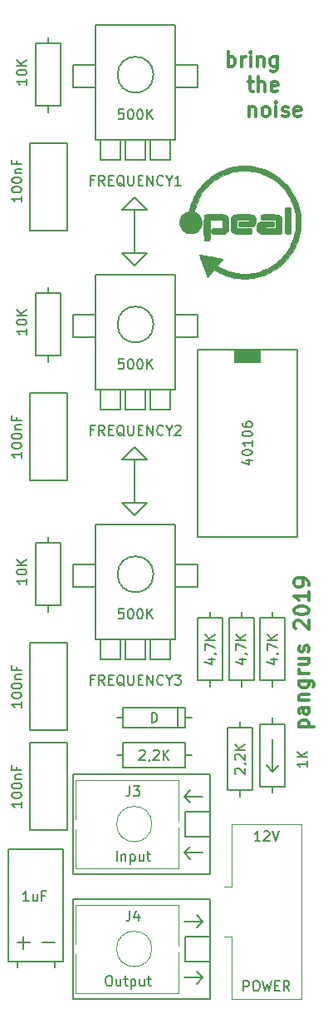
<source format=gbr>
G04 #@! TF.FileFunction,Legend,Top*
%FSLAX46Y46*%
G04 Gerber Fmt 4.6, Leading zero omitted, Abs format (unit mm)*
G04 Created by KiCad (PCBNEW 4.0.7) date 06/24/19 17:31:57*
%MOMM*%
%LPD*%
G01*
G04 APERTURE LIST*
%ADD10C,0.100000*%
%ADD11C,0.200000*%
%ADD12C,0.300000*%
%ADD13C,0.150000*%
%ADD14C,0.120000*%
%ADD15C,0.010000*%
G04 APERTURE END LIST*
D10*
D11*
X145415000Y-85090000D02*
X145415000Y-89535000D01*
X146685000Y-89535000D02*
X145415000Y-90805000D01*
X144145000Y-89535000D02*
X146685000Y-89535000D01*
X145415000Y-90805000D02*
X144145000Y-89535000D01*
X144145000Y-85090000D02*
X145415000Y-83820000D01*
X146685000Y-85090000D02*
X144145000Y-85090000D01*
X145415000Y-83820000D02*
X146685000Y-85090000D01*
X145415000Y-59690000D02*
X145415000Y-64135000D01*
X144145000Y-59690000D02*
X145415000Y-58420000D01*
X146685000Y-59690000D02*
X144145000Y-59690000D01*
X145415000Y-58420000D02*
X146685000Y-59690000D01*
X144145000Y-64135000D02*
X145415000Y-65405000D01*
X146685000Y-64135000D02*
X144145000Y-64135000D01*
X145415000Y-65405000D02*
X146685000Y-64135000D01*
X159512000Y-116840000D02*
X158877000Y-116205000D01*
X159512000Y-116840000D02*
X160147000Y-116205000D01*
X159512000Y-113538000D02*
X159512000Y-116713000D01*
X150495000Y-119380000D02*
X151130000Y-120015000D01*
X150495000Y-119380000D02*
X151130000Y-118745000D01*
X152400000Y-119380000D02*
X150495000Y-119380000D01*
X151130000Y-125730000D02*
X150495000Y-125095000D01*
X150495000Y-125095000D02*
X151130000Y-124460000D01*
X152400000Y-125095000D02*
X150495000Y-125095000D01*
X152400000Y-137795000D02*
X151765000Y-138430000D01*
X152400000Y-137795000D02*
X151765000Y-137160000D01*
X150495000Y-137795000D02*
X152400000Y-137795000D01*
X152400000Y-132080000D02*
X151765000Y-132715000D01*
X152400000Y-132080000D02*
X151765000Y-131445000D01*
X150495000Y-132080000D02*
X152400000Y-132080000D01*
D12*
X162238571Y-112310713D02*
X163738571Y-112310713D01*
X162310000Y-112310713D02*
X162238571Y-112167856D01*
X162238571Y-111882142D01*
X162310000Y-111739285D01*
X162381429Y-111667856D01*
X162524286Y-111596427D01*
X162952857Y-111596427D01*
X163095714Y-111667856D01*
X163167143Y-111739285D01*
X163238571Y-111882142D01*
X163238571Y-112167856D01*
X163167143Y-112310713D01*
X163238571Y-110310713D02*
X162452857Y-110310713D01*
X162310000Y-110382142D01*
X162238571Y-110524999D01*
X162238571Y-110810713D01*
X162310000Y-110953570D01*
X163167143Y-110310713D02*
X163238571Y-110453570D01*
X163238571Y-110810713D01*
X163167143Y-110953570D01*
X163024286Y-111024999D01*
X162881429Y-111024999D01*
X162738571Y-110953570D01*
X162667143Y-110810713D01*
X162667143Y-110453570D01*
X162595714Y-110310713D01*
X162238571Y-109596427D02*
X163238571Y-109596427D01*
X162381429Y-109596427D02*
X162310000Y-109524999D01*
X162238571Y-109382141D01*
X162238571Y-109167856D01*
X162310000Y-109024999D01*
X162452857Y-108953570D01*
X163238571Y-108953570D01*
X162238571Y-107596427D02*
X163452857Y-107596427D01*
X163595714Y-107667856D01*
X163667143Y-107739284D01*
X163738571Y-107882141D01*
X163738571Y-108096427D01*
X163667143Y-108239284D01*
X163167143Y-107596427D02*
X163238571Y-107739284D01*
X163238571Y-108024998D01*
X163167143Y-108167856D01*
X163095714Y-108239284D01*
X162952857Y-108310713D01*
X162524286Y-108310713D01*
X162381429Y-108239284D01*
X162310000Y-108167856D01*
X162238571Y-108024998D01*
X162238571Y-107739284D01*
X162310000Y-107596427D01*
X163238571Y-106882141D02*
X162238571Y-106882141D01*
X162524286Y-106882141D02*
X162381429Y-106810713D01*
X162310000Y-106739284D01*
X162238571Y-106596427D01*
X162238571Y-106453570D01*
X162238571Y-105310713D02*
X163238571Y-105310713D01*
X162238571Y-105953570D02*
X163024286Y-105953570D01*
X163167143Y-105882142D01*
X163238571Y-105739284D01*
X163238571Y-105524999D01*
X163167143Y-105382142D01*
X163095714Y-105310713D01*
X163167143Y-104667856D02*
X163238571Y-104524999D01*
X163238571Y-104239284D01*
X163167143Y-104096427D01*
X163024286Y-104024999D01*
X162952857Y-104024999D01*
X162810000Y-104096427D01*
X162738571Y-104239284D01*
X162738571Y-104453570D01*
X162667143Y-104596427D01*
X162524286Y-104667856D01*
X162452857Y-104667856D01*
X162310000Y-104596427D01*
X162238571Y-104453570D01*
X162238571Y-104239284D01*
X162310000Y-104096427D01*
X161881429Y-102310713D02*
X161810000Y-102239284D01*
X161738571Y-102096427D01*
X161738571Y-101739284D01*
X161810000Y-101596427D01*
X161881429Y-101524998D01*
X162024286Y-101453570D01*
X162167143Y-101453570D01*
X162381429Y-101524998D01*
X163238571Y-102382141D01*
X163238571Y-101453570D01*
X161738571Y-100524999D02*
X161738571Y-100382142D01*
X161810000Y-100239285D01*
X161881429Y-100167856D01*
X162024286Y-100096427D01*
X162310000Y-100024999D01*
X162667143Y-100024999D01*
X162952857Y-100096427D01*
X163095714Y-100167856D01*
X163167143Y-100239285D01*
X163238571Y-100382142D01*
X163238571Y-100524999D01*
X163167143Y-100667856D01*
X163095714Y-100739285D01*
X162952857Y-100810713D01*
X162667143Y-100882142D01*
X162310000Y-100882142D01*
X162024286Y-100810713D01*
X161881429Y-100739285D01*
X161810000Y-100667856D01*
X161738571Y-100524999D01*
X163238571Y-98596428D02*
X163238571Y-99453571D01*
X163238571Y-99024999D02*
X161738571Y-99024999D01*
X161952857Y-99167856D01*
X162095714Y-99310714D01*
X162167143Y-99453571D01*
X163238571Y-97882143D02*
X163238571Y-97596428D01*
X163167143Y-97453571D01*
X163095714Y-97382143D01*
X162881429Y-97239285D01*
X162595714Y-97167857D01*
X162024286Y-97167857D01*
X161881429Y-97239285D01*
X161810000Y-97310714D01*
X161738571Y-97453571D01*
X161738571Y-97739285D01*
X161810000Y-97882143D01*
X161881429Y-97953571D01*
X162024286Y-98025000D01*
X162381429Y-98025000D01*
X162524286Y-97953571D01*
X162595714Y-97882143D01*
X162667143Y-97739285D01*
X162667143Y-97453571D01*
X162595714Y-97310714D01*
X162524286Y-97239285D01*
X162381429Y-97167857D01*
X154980000Y-45118571D02*
X154980000Y-43618571D01*
X154980000Y-44190000D02*
X155122857Y-44118571D01*
X155408571Y-44118571D01*
X155551428Y-44190000D01*
X155622857Y-44261429D01*
X155694286Y-44404286D01*
X155694286Y-44832857D01*
X155622857Y-44975714D01*
X155551428Y-45047143D01*
X155408571Y-45118571D01*
X155122857Y-45118571D01*
X154980000Y-45047143D01*
X156337143Y-45118571D02*
X156337143Y-44118571D01*
X156337143Y-44404286D02*
X156408571Y-44261429D01*
X156480000Y-44190000D01*
X156622857Y-44118571D01*
X156765714Y-44118571D01*
X157265714Y-45118571D02*
X157265714Y-44118571D01*
X157265714Y-43618571D02*
X157194285Y-43690000D01*
X157265714Y-43761429D01*
X157337142Y-43690000D01*
X157265714Y-43618571D01*
X157265714Y-43761429D01*
X157980000Y-44118571D02*
X157980000Y-45118571D01*
X157980000Y-44261429D02*
X158051428Y-44190000D01*
X158194286Y-44118571D01*
X158408571Y-44118571D01*
X158551428Y-44190000D01*
X158622857Y-44332857D01*
X158622857Y-45118571D01*
X159980000Y-44118571D02*
X159980000Y-45332857D01*
X159908571Y-45475714D01*
X159837143Y-45547143D01*
X159694286Y-45618571D01*
X159480000Y-45618571D01*
X159337143Y-45547143D01*
X159980000Y-45047143D02*
X159837143Y-45118571D01*
X159551429Y-45118571D01*
X159408571Y-45047143D01*
X159337143Y-44975714D01*
X159265714Y-44832857D01*
X159265714Y-44404286D01*
X159337143Y-44261429D01*
X159408571Y-44190000D01*
X159551429Y-44118571D01*
X159837143Y-44118571D01*
X159980000Y-44190000D01*
X157015714Y-46668571D02*
X157587143Y-46668571D01*
X157230000Y-46168571D02*
X157230000Y-47454286D01*
X157301428Y-47597143D01*
X157444286Y-47668571D01*
X157587143Y-47668571D01*
X158087143Y-47668571D02*
X158087143Y-46168571D01*
X158730000Y-47668571D02*
X158730000Y-46882857D01*
X158658571Y-46740000D01*
X158515714Y-46668571D01*
X158301429Y-46668571D01*
X158158571Y-46740000D01*
X158087143Y-46811429D01*
X160015714Y-47597143D02*
X159872857Y-47668571D01*
X159587143Y-47668571D01*
X159444286Y-47597143D01*
X159372857Y-47454286D01*
X159372857Y-46882857D01*
X159444286Y-46740000D01*
X159587143Y-46668571D01*
X159872857Y-46668571D01*
X160015714Y-46740000D01*
X160087143Y-46882857D01*
X160087143Y-47025714D01*
X159372857Y-47168571D01*
X157158571Y-49218571D02*
X157158571Y-50218571D01*
X157158571Y-49361429D02*
X157229999Y-49290000D01*
X157372857Y-49218571D01*
X157587142Y-49218571D01*
X157729999Y-49290000D01*
X157801428Y-49432857D01*
X157801428Y-50218571D01*
X158730000Y-50218571D02*
X158587142Y-50147143D01*
X158515714Y-50075714D01*
X158444285Y-49932857D01*
X158444285Y-49504286D01*
X158515714Y-49361429D01*
X158587142Y-49290000D01*
X158730000Y-49218571D01*
X158944285Y-49218571D01*
X159087142Y-49290000D01*
X159158571Y-49361429D01*
X159230000Y-49504286D01*
X159230000Y-49932857D01*
X159158571Y-50075714D01*
X159087142Y-50147143D01*
X158944285Y-50218571D01*
X158730000Y-50218571D01*
X159872857Y-50218571D02*
X159872857Y-49218571D01*
X159872857Y-48718571D02*
X159801428Y-48790000D01*
X159872857Y-48861429D01*
X159944285Y-48790000D01*
X159872857Y-48718571D01*
X159872857Y-48861429D01*
X160515714Y-50147143D02*
X160658571Y-50218571D01*
X160944286Y-50218571D01*
X161087143Y-50147143D01*
X161158571Y-50004286D01*
X161158571Y-49932857D01*
X161087143Y-49790000D01*
X160944286Y-49718571D01*
X160730000Y-49718571D01*
X160587143Y-49647143D01*
X160515714Y-49504286D01*
X160515714Y-49432857D01*
X160587143Y-49290000D01*
X160730000Y-49218571D01*
X160944286Y-49218571D01*
X161087143Y-49290000D01*
X162372857Y-50147143D02*
X162230000Y-50218571D01*
X161944286Y-50218571D01*
X161801429Y-50147143D01*
X161730000Y-50004286D01*
X161730000Y-49432857D01*
X161801429Y-49290000D01*
X161944286Y-49218571D01*
X162230000Y-49218571D01*
X162372857Y-49290000D01*
X162444286Y-49432857D01*
X162444286Y-49575714D01*
X161730000Y-49718571D01*
D10*
X155317000Y-122174000D02*
X162437000Y-122174000D01*
X155317000Y-139954000D02*
X162437000Y-139954000D01*
X154557000Y-128524000D02*
X155317000Y-128524000D01*
X155317000Y-128524000D02*
X155317000Y-122174000D01*
X162437000Y-122174000D02*
X162437000Y-139954000D01*
X155317000Y-139954000D02*
X155317000Y-133604000D01*
X155317000Y-133604000D02*
X154557000Y-133604000D01*
D13*
X138557000Y-52959000D02*
X138557000Y-61849000D01*
X138557000Y-61849000D02*
X134747000Y-61849000D01*
X134747000Y-61849000D02*
X134747000Y-52959000D01*
X134747000Y-52959000D02*
X138557000Y-52959000D01*
X138557000Y-78359000D02*
X138557000Y-87249000D01*
X138557000Y-87249000D02*
X134747000Y-87249000D01*
X134747000Y-87249000D02*
X134747000Y-78359000D01*
X134747000Y-78359000D02*
X138557000Y-78359000D01*
X138557000Y-103759000D02*
X138557000Y-112649000D01*
X138557000Y-112649000D02*
X134747000Y-112649000D01*
X134747000Y-112649000D02*
X134747000Y-103759000D01*
X134747000Y-103759000D02*
X138557000Y-103759000D01*
X134747000Y-122809000D02*
X134747000Y-113919000D01*
X134747000Y-113919000D02*
X138557000Y-113919000D01*
X138557000Y-113919000D02*
X138557000Y-122809000D01*
X138557000Y-122809000D02*
X134747000Y-122809000D01*
X149860000Y-110363000D02*
X149860000Y-112395000D01*
X144272000Y-112395000D02*
X150622000Y-112395000D01*
X150622000Y-110363000D02*
X150622000Y-112395000D01*
X144272000Y-110363000D02*
X150622000Y-110363000D01*
X144272000Y-111379000D02*
X144272000Y-112395000D01*
X144272000Y-111379000D02*
X144272000Y-110363000D01*
X151257000Y-111379000D02*
X150622000Y-111379000D01*
X143637000Y-111379000D02*
X144272000Y-111379000D01*
X149606000Y-44958000D02*
X151892000Y-44958000D01*
X151892000Y-44958000D02*
X151892000Y-47244000D01*
X151892000Y-47244000D02*
X149606000Y-47244000D01*
X141478000Y-44958000D02*
X139192000Y-44958000D01*
X139192000Y-44958000D02*
X139192000Y-47244000D01*
X139192000Y-47244000D02*
X141478000Y-47244000D01*
X147066000Y-52578000D02*
X147066000Y-54610000D01*
X147066000Y-54610000D02*
X149098000Y-54610000D01*
X149098000Y-54610000D02*
X149098000Y-52578000D01*
X144526000Y-52578000D02*
X144526000Y-54610000D01*
X144526000Y-54610000D02*
X146558000Y-54610000D01*
X146558000Y-54610000D02*
X146558000Y-52578000D01*
X144018000Y-52578000D02*
X144018000Y-54610000D01*
X144018000Y-54610000D02*
X141986000Y-54610000D01*
X141986000Y-54610000D02*
X141986000Y-52578000D01*
X141478000Y-40894000D02*
X149606000Y-40894000D01*
X149606000Y-40894000D02*
X149606000Y-52578000D01*
X149606000Y-52578000D02*
X141478000Y-52578000D01*
X141478000Y-52578000D02*
X141478000Y-40894000D01*
X147373620Y-45974000D02*
G75*
G03X147373620Y-45974000I-1831620J0D01*
G01*
X149606000Y-70358000D02*
X151892000Y-70358000D01*
X151892000Y-70358000D02*
X151892000Y-72644000D01*
X151892000Y-72644000D02*
X149606000Y-72644000D01*
X141478000Y-70358000D02*
X139192000Y-70358000D01*
X139192000Y-70358000D02*
X139192000Y-72644000D01*
X139192000Y-72644000D02*
X141478000Y-72644000D01*
X147066000Y-77978000D02*
X147066000Y-80010000D01*
X147066000Y-80010000D02*
X149098000Y-80010000D01*
X149098000Y-80010000D02*
X149098000Y-77978000D01*
X144526000Y-77978000D02*
X144526000Y-80010000D01*
X144526000Y-80010000D02*
X146558000Y-80010000D01*
X146558000Y-80010000D02*
X146558000Y-77978000D01*
X144018000Y-77978000D02*
X144018000Y-80010000D01*
X144018000Y-80010000D02*
X141986000Y-80010000D01*
X141986000Y-80010000D02*
X141986000Y-77978000D01*
X141478000Y-66294000D02*
X149606000Y-66294000D01*
X149606000Y-66294000D02*
X149606000Y-77978000D01*
X149606000Y-77978000D02*
X141478000Y-77978000D01*
X141478000Y-77978000D02*
X141478000Y-66294000D01*
X147373620Y-71374000D02*
G75*
G03X147373620Y-71374000I-1831620J0D01*
G01*
X149606000Y-95758000D02*
X151892000Y-95758000D01*
X151892000Y-95758000D02*
X151892000Y-98044000D01*
X151892000Y-98044000D02*
X149606000Y-98044000D01*
X141478000Y-95758000D02*
X139192000Y-95758000D01*
X139192000Y-95758000D02*
X139192000Y-98044000D01*
X139192000Y-98044000D02*
X141478000Y-98044000D01*
X147066000Y-103378000D02*
X147066000Y-105410000D01*
X147066000Y-105410000D02*
X149098000Y-105410000D01*
X149098000Y-105410000D02*
X149098000Y-103378000D01*
X144526000Y-103378000D02*
X144526000Y-105410000D01*
X144526000Y-105410000D02*
X146558000Y-105410000D01*
X146558000Y-105410000D02*
X146558000Y-103378000D01*
X144018000Y-103378000D02*
X144018000Y-105410000D01*
X144018000Y-105410000D02*
X141986000Y-105410000D01*
X141986000Y-105410000D02*
X141986000Y-103378000D01*
X141478000Y-91694000D02*
X149606000Y-91694000D01*
X149606000Y-91694000D02*
X149606000Y-103378000D01*
X149606000Y-103378000D02*
X141478000Y-103378000D01*
X141478000Y-103378000D02*
X141478000Y-91694000D01*
X147373620Y-96774000D02*
G75*
G03X147373620Y-96774000I-1831620J0D01*
G01*
X136652000Y-42799000D02*
X136652000Y-42164000D01*
X136652000Y-49784000D02*
X136652000Y-49149000D01*
X136652000Y-49149000D02*
X135382000Y-49149000D01*
X135382000Y-49149000D02*
X135382000Y-42799000D01*
X135382000Y-42799000D02*
X137287000Y-42799000D01*
X137287000Y-42799000D02*
X137922000Y-42799000D01*
X137922000Y-42799000D02*
X137922000Y-49149000D01*
X137922000Y-49149000D02*
X136652000Y-49149000D01*
X136652000Y-68199000D02*
X136652000Y-67564000D01*
X136652000Y-75184000D02*
X136652000Y-74549000D01*
X136652000Y-74549000D02*
X135382000Y-74549000D01*
X135382000Y-74549000D02*
X135382000Y-68199000D01*
X135382000Y-68199000D02*
X137287000Y-68199000D01*
X137287000Y-68199000D02*
X137922000Y-68199000D01*
X137922000Y-68199000D02*
X137922000Y-74549000D01*
X137922000Y-74549000D02*
X136652000Y-74549000D01*
X136652000Y-93599000D02*
X136652000Y-92964000D01*
X136652000Y-100584000D02*
X136652000Y-99949000D01*
X136652000Y-99949000D02*
X135382000Y-99949000D01*
X135382000Y-99949000D02*
X135382000Y-93599000D01*
X135382000Y-93599000D02*
X137287000Y-93599000D01*
X137287000Y-93599000D02*
X137922000Y-93599000D01*
X137922000Y-93599000D02*
X137922000Y-99949000D01*
X137922000Y-99949000D02*
X136652000Y-99949000D01*
X159512000Y-107569000D02*
X159512000Y-108204000D01*
X159512000Y-100584000D02*
X159512000Y-101219000D01*
X159512000Y-101219000D02*
X160782000Y-101219000D01*
X160782000Y-101219000D02*
X160782000Y-107569000D01*
X160782000Y-107569000D02*
X158877000Y-107569000D01*
X158877000Y-107569000D02*
X158242000Y-107569000D01*
X158242000Y-107569000D02*
X158242000Y-101219000D01*
X158242000Y-101219000D02*
X159512000Y-101219000D01*
X156337000Y-107569000D02*
X156337000Y-108204000D01*
X156337000Y-100584000D02*
X156337000Y-101219000D01*
X156337000Y-101219000D02*
X157607000Y-101219000D01*
X157607000Y-101219000D02*
X157607000Y-107569000D01*
X157607000Y-107569000D02*
X155702000Y-107569000D01*
X155702000Y-107569000D02*
X155067000Y-107569000D01*
X155067000Y-107569000D02*
X155067000Y-101219000D01*
X155067000Y-101219000D02*
X156337000Y-101219000D01*
X153162000Y-107569000D02*
X153162000Y-108204000D01*
X153162000Y-100584000D02*
X153162000Y-101219000D01*
X153162000Y-101219000D02*
X154432000Y-101219000D01*
X154432000Y-101219000D02*
X154432000Y-107569000D01*
X154432000Y-107569000D02*
X152527000Y-107569000D01*
X152527000Y-107569000D02*
X151892000Y-107569000D01*
X151892000Y-107569000D02*
X151892000Y-101219000D01*
X151892000Y-101219000D02*
X153162000Y-101219000D01*
X158242000Y-75057000D02*
X155702000Y-75057000D01*
X158242000Y-74930000D02*
X155702000Y-74930000D01*
X158242000Y-74803000D02*
X155702000Y-74803000D01*
X158242000Y-74676000D02*
X155702000Y-74676000D01*
X158242000Y-74549000D02*
X155702000Y-74549000D01*
X158242000Y-74422000D02*
X155702000Y-74422000D01*
X158242000Y-74295000D02*
X155702000Y-74295000D01*
X158242000Y-74041000D02*
X155702000Y-74041000D01*
X155702000Y-74168000D02*
X158242000Y-74168000D01*
X158242000Y-73914000D02*
X158242000Y-75184000D01*
X158242000Y-75184000D02*
X155702000Y-75184000D01*
X155702000Y-75184000D02*
X155702000Y-73914000D01*
X151892000Y-73914000D02*
X151892000Y-92964000D01*
X162052000Y-92964000D02*
X162052000Y-73914000D01*
X162052000Y-73914000D02*
X151892000Y-73914000D01*
X162052000Y-92964000D02*
X151892000Y-92964000D01*
X136017000Y-134239000D02*
X137287000Y-134239000D01*
X134112000Y-133604000D02*
X134112000Y-134874000D01*
X133477000Y-134239000D02*
X134747000Y-134239000D01*
X137287000Y-136144000D02*
X137287000Y-136779000D01*
X133477000Y-136144000D02*
X133477000Y-136779000D01*
X132588000Y-124714000D02*
X138176000Y-124714000D01*
X132588000Y-136144000D02*
X138176000Y-136144000D01*
X138176000Y-124714000D02*
X138176000Y-136144000D01*
X132588000Y-124714000D02*
X132588000Y-136144000D01*
X153162000Y-133604000D02*
X150622000Y-133604000D01*
X150622000Y-133604000D02*
X150622000Y-136144000D01*
X150622000Y-136144000D02*
X153162000Y-136144000D01*
X153162000Y-129794000D02*
X153162000Y-139954000D01*
X153162000Y-139954000D02*
X139192000Y-139954000D01*
X139192000Y-139954000D02*
X139192000Y-129794000D01*
X139192000Y-129794000D02*
X153162000Y-129794000D01*
D14*
X149912000Y-130374000D02*
X139412000Y-130374000D01*
X149912000Y-139374000D02*
X139412000Y-139374000D01*
X139412000Y-139374000D02*
X139412000Y-135374000D01*
X139412000Y-134374000D02*
X139412000Y-130374000D01*
X149912000Y-139374000D02*
X149912000Y-135224000D01*
X149912000Y-134524000D02*
X149912000Y-130374000D01*
X147212000Y-134874000D02*
G75*
G03X147212000Y-134874000I-1800000J0D01*
G01*
D13*
X153162000Y-120904000D02*
X150622000Y-120904000D01*
X150622000Y-120904000D02*
X150622000Y-123444000D01*
X150622000Y-123444000D02*
X153162000Y-123444000D01*
X153162000Y-117094000D02*
X153162000Y-127254000D01*
X153162000Y-127254000D02*
X139192000Y-127254000D01*
X139192000Y-127254000D02*
X139192000Y-117094000D01*
X139192000Y-117094000D02*
X153162000Y-117094000D01*
D14*
X149912000Y-117674000D02*
X139412000Y-117674000D01*
X149912000Y-126674000D02*
X139412000Y-126674000D01*
X139412000Y-126674000D02*
X139412000Y-122674000D01*
X139412000Y-121674000D02*
X139412000Y-117674000D01*
X149912000Y-126674000D02*
X149912000Y-122524000D01*
X149912000Y-121824000D02*
X149912000Y-117674000D01*
X147212000Y-122174000D02*
G75*
G03X147212000Y-122174000I-1800000J0D01*
G01*
D13*
X150622000Y-115189000D02*
X151257000Y-115189000D01*
X143637000Y-115189000D02*
X144272000Y-115189000D01*
X144272000Y-115189000D02*
X144272000Y-113919000D01*
X144272000Y-113919000D02*
X150622000Y-113919000D01*
X150622000Y-113919000D02*
X150622000Y-115824000D01*
X150622000Y-115824000D02*
X150622000Y-116459000D01*
X150622000Y-116459000D02*
X144272000Y-116459000D01*
X144272000Y-116459000D02*
X144272000Y-115189000D01*
X159512000Y-118364000D02*
X159512000Y-118999000D01*
X159512000Y-111379000D02*
X159512000Y-112014000D01*
X159512000Y-112014000D02*
X160782000Y-112014000D01*
X160782000Y-112014000D02*
X160782000Y-118364000D01*
X160782000Y-118364000D02*
X158877000Y-118364000D01*
X158877000Y-118364000D02*
X158242000Y-118364000D01*
X158242000Y-118364000D02*
X158242000Y-112014000D01*
X158242000Y-112014000D02*
X159512000Y-112014000D01*
D15*
G36*
X156899235Y-55228791D02*
X157233634Y-55253004D01*
X157567249Y-55296950D01*
X157899268Y-55360736D01*
X158228883Y-55444469D01*
X158243763Y-55448741D01*
X158566976Y-55552360D01*
X158880844Y-55673665D01*
X159184845Y-55812040D01*
X159478460Y-55966868D01*
X159761167Y-56137531D01*
X160032446Y-56323414D01*
X160291776Y-56523898D01*
X160538637Y-56738368D01*
X160772507Y-56966205D01*
X160992866Y-57206793D01*
X161199193Y-57459515D01*
X161390968Y-57723755D01*
X161567669Y-57998894D01*
X161728776Y-58284316D01*
X161873769Y-58579404D01*
X162002126Y-58883541D01*
X162113327Y-59196111D01*
X162206851Y-59516495D01*
X162282178Y-59844078D01*
X162338786Y-60178241D01*
X162357087Y-60322438D01*
X162385288Y-60658071D01*
X162393430Y-60994164D01*
X162381722Y-61329749D01*
X162350376Y-61663862D01*
X162299601Y-61995533D01*
X162229609Y-62323798D01*
X162140609Y-62647689D01*
X162032811Y-62966239D01*
X161906427Y-63278482D01*
X161761667Y-63583451D01*
X161598741Y-63880180D01*
X161573592Y-63922512D01*
X161389708Y-64209492D01*
X161190333Y-64483588D01*
X160976076Y-64744314D01*
X160747550Y-64991179D01*
X160505365Y-65223697D01*
X160250132Y-65441377D01*
X159982461Y-65643731D01*
X159702963Y-65830272D01*
X159412250Y-66000510D01*
X159110931Y-66153958D01*
X158799617Y-66290126D01*
X158478920Y-66408526D01*
X158455466Y-66416359D01*
X158130356Y-66513475D01*
X157798927Y-66591307D01*
X157461107Y-66649869D01*
X157116824Y-66689177D01*
X157104919Y-66690182D01*
X157052978Y-66693666D01*
X156985773Y-66696895D01*
X156907466Y-66699783D01*
X156822215Y-66702248D01*
X156734180Y-66704202D01*
X156647521Y-66705562D01*
X156566398Y-66706241D01*
X156494969Y-66706156D01*
X156437396Y-66705221D01*
X156413200Y-66704317D01*
X156066148Y-66677266D01*
X155723613Y-66630688D01*
X155386228Y-66564726D01*
X155054624Y-66479522D01*
X154729433Y-66375222D01*
X154411286Y-66251967D01*
X154401520Y-66247835D01*
X154315546Y-66209754D01*
X154217301Y-66163529D01*
X154111787Y-66111713D01*
X154004010Y-66056861D01*
X153898972Y-66001524D01*
X153801679Y-65948256D01*
X153717134Y-65899611D01*
X153706065Y-65892994D01*
X153654305Y-65862449D01*
X153608139Y-65836300D01*
X153570499Y-65816120D01*
X153544317Y-65803481D01*
X153532559Y-65799941D01*
X153523947Y-65808391D01*
X153503638Y-65830941D01*
X153472934Y-65866071D01*
X153433135Y-65912264D01*
X153385545Y-65967999D01*
X153331463Y-66031759D01*
X153272192Y-66102024D01*
X153209034Y-66177275D01*
X153201854Y-66185853D01*
X153138570Y-66261367D01*
X153079251Y-66331934D01*
X153025168Y-66396057D01*
X152977590Y-66452241D01*
X152937789Y-66498989D01*
X152907034Y-66534805D01*
X152886597Y-66558194D01*
X152877746Y-66567659D01*
X152877520Y-66567788D01*
X152873549Y-66558521D01*
X152863180Y-66531567D01*
X152846932Y-66488347D01*
X152825320Y-66430281D01*
X152798863Y-66358791D01*
X152768079Y-66275297D01*
X152733485Y-66181219D01*
X152695598Y-66077978D01*
X152654936Y-65966994D01*
X152612017Y-65849688D01*
X152567358Y-65727481D01*
X152521477Y-65601793D01*
X152474891Y-65474045D01*
X152428118Y-65345657D01*
X152381676Y-65218050D01*
X152336081Y-65092645D01*
X152291852Y-64970861D01*
X152249506Y-64854120D01*
X152209561Y-64743842D01*
X152172534Y-64641448D01*
X152138942Y-64548358D01*
X152109305Y-64465993D01*
X152084137Y-64395773D01*
X152063959Y-64339119D01*
X152049286Y-64297452D01*
X152040637Y-64272192D01*
X152038417Y-64264666D01*
X152048604Y-64265955D01*
X152077301Y-64270541D01*
X152123012Y-64278162D01*
X152184239Y-64288552D01*
X152259488Y-64301450D01*
X152347261Y-64316592D01*
X152446063Y-64333713D01*
X152554397Y-64352553D01*
X152670768Y-64372845D01*
X152793679Y-64394329D01*
X152921634Y-64416739D01*
X153053136Y-64439813D01*
X153186691Y-64463287D01*
X153320801Y-64486899D01*
X153453970Y-64510384D01*
X153584702Y-64533479D01*
X153711502Y-64555922D01*
X153832872Y-64577448D01*
X153947317Y-64597795D01*
X154053341Y-64616698D01*
X154149447Y-64633896D01*
X154234139Y-64649123D01*
X154305921Y-64662118D01*
X154363297Y-64672616D01*
X154404771Y-64680355D01*
X154428846Y-64685070D01*
X154434469Y-64686395D01*
X154436778Y-64690553D01*
X154433724Y-64699936D01*
X154424362Y-64715766D01*
X154407746Y-64739267D01*
X154382931Y-64771662D01*
X154348971Y-64814176D01*
X154304921Y-64868031D01*
X154249836Y-64934452D01*
X154182768Y-65014662D01*
X154157885Y-65044320D01*
X154097199Y-65116749D01*
X154040721Y-65184443D01*
X153989763Y-65245809D01*
X153945634Y-65299258D01*
X153909643Y-65343198D01*
X153883101Y-65376038D01*
X153867317Y-65396189D01*
X153863315Y-65402085D01*
X153871712Y-65410439D01*
X153895494Y-65426847D01*
X153932108Y-65449817D01*
X153979003Y-65477853D01*
X154033625Y-65509462D01*
X154093425Y-65543150D01*
X154155848Y-65577422D01*
X154218344Y-65610785D01*
X154232001Y-65617933D01*
X154524795Y-65759214D01*
X154825006Y-65881609D01*
X155132689Y-65985134D01*
X155447896Y-66069805D01*
X155770684Y-66135636D01*
X156101105Y-66182645D01*
X156215080Y-66194331D01*
X156277483Y-66198766D01*
X156355831Y-66202225D01*
X156446202Y-66204711D01*
X156544676Y-66206226D01*
X156647331Y-66206772D01*
X156750245Y-66206351D01*
X156849498Y-66204965D01*
X156941167Y-66202617D01*
X157021332Y-66199308D01*
X157086072Y-66195041D01*
X157099000Y-66193862D01*
X157418268Y-66154488D01*
X157725656Y-66099711D01*
X158023160Y-66028978D01*
X158312775Y-65941730D01*
X158596497Y-65837412D01*
X158876322Y-65715468D01*
X158960721Y-65674916D01*
X159248758Y-65522362D01*
X159525181Y-65353407D01*
X159789419Y-65168699D01*
X160040905Y-64968884D01*
X160279069Y-64754607D01*
X160503342Y-64526513D01*
X160713157Y-64285250D01*
X160907943Y-64031463D01*
X161087132Y-63765798D01*
X161250155Y-63488900D01*
X161396443Y-63201416D01*
X161525428Y-62903991D01*
X161615221Y-62660949D01*
X161710733Y-62350606D01*
X161786457Y-62037038D01*
X161842507Y-61721121D01*
X161878996Y-61403729D01*
X161896036Y-61085737D01*
X161893742Y-60768021D01*
X161872225Y-60451457D01*
X161831600Y-60136918D01*
X161771980Y-59825280D01*
X161693477Y-59517418D01*
X161596204Y-59214207D01*
X161480275Y-58916523D01*
X161345803Y-58625240D01*
X161192901Y-58341234D01*
X161021683Y-58065379D01*
X161021032Y-58064400D01*
X160831128Y-57796771D01*
X160626529Y-57543089D01*
X160407660Y-57303725D01*
X160174948Y-57079050D01*
X159928816Y-56869436D01*
X159669690Y-56675254D01*
X159397995Y-56496875D01*
X159114157Y-56334671D01*
X158937960Y-56245150D01*
X158641775Y-56112610D01*
X158339435Y-55999197D01*
X158031843Y-55904982D01*
X157719900Y-55830039D01*
X157404510Y-55774438D01*
X157086575Y-55738252D01*
X156766998Y-55721553D01*
X156446680Y-55724412D01*
X156126525Y-55746902D01*
X155807436Y-55789094D01*
X155490314Y-55851061D01*
X155176063Y-55932874D01*
X155143294Y-55942612D01*
X154836153Y-56045263D01*
X154537804Y-56165927D01*
X154247837Y-56304826D01*
X153965847Y-56462180D01*
X153691424Y-56638209D01*
X153424161Y-56833136D01*
X153268680Y-56957918D01*
X153218855Y-57001171D01*
X153158338Y-57056712D01*
X153089978Y-57121679D01*
X153016622Y-57193208D01*
X152941115Y-57268434D01*
X152866307Y-57344493D01*
X152795043Y-57418523D01*
X152730172Y-57487659D01*
X152674540Y-57549037D01*
X152633264Y-57597040D01*
X152428244Y-57860186D01*
X152242008Y-58131020D01*
X152074430Y-58409790D01*
X151925382Y-58696746D01*
X151794740Y-58992136D01*
X151682377Y-59296209D01*
X151588166Y-59609215D01*
X151561046Y-59714481D01*
X151547176Y-59772580D01*
X151535866Y-59823830D01*
X151527754Y-59865012D01*
X151523472Y-59892909D01*
X151523616Y-59904269D01*
X151536091Y-59911274D01*
X151562383Y-59923512D01*
X151597445Y-59938662D01*
X151607869Y-59942996D01*
X151713874Y-59995413D01*
X151819296Y-60063811D01*
X151919185Y-60144324D01*
X152008593Y-60233087D01*
X152062040Y-60297725D01*
X152146521Y-60425857D01*
X152211682Y-60560276D01*
X152257569Y-60701119D01*
X152284229Y-60848523D01*
X152291821Y-60985400D01*
X152282199Y-61137962D01*
X152253889Y-61283822D01*
X152207724Y-61421918D01*
X152144536Y-61551187D01*
X152065158Y-61670567D01*
X151970424Y-61778997D01*
X151861167Y-61875416D01*
X151738219Y-61958759D01*
X151602413Y-62027967D01*
X151454583Y-62081977D01*
X151424952Y-62090503D01*
X151369141Y-62101630D01*
X151298726Y-62109258D01*
X151219121Y-62113384D01*
X151135738Y-62114004D01*
X151053991Y-62111114D01*
X150979292Y-62104712D01*
X150917056Y-62094794D01*
X150900475Y-62090829D01*
X150749495Y-62041038D01*
X150610458Y-61975520D01*
X150484105Y-61894867D01*
X150371174Y-61799674D01*
X150272403Y-61690532D01*
X150188532Y-61568033D01*
X150143179Y-61483240D01*
X150084645Y-61339614D01*
X150046190Y-61193781D01*
X150027813Y-61046654D01*
X150029516Y-60899147D01*
X150051297Y-60752175D01*
X150093156Y-60606651D01*
X150143179Y-60487560D01*
X150214831Y-60361474D01*
X150302266Y-60245980D01*
X150403523Y-60142581D01*
X150516642Y-60052779D01*
X150639662Y-59978079D01*
X150770621Y-59919983D01*
X150907559Y-59879996D01*
X150945378Y-59872486D01*
X150984690Y-59864494D01*
X151008068Y-59856672D01*
X151019794Y-59847137D01*
X151023418Y-59838192D01*
X151027421Y-59820128D01*
X151034720Y-59787084D01*
X151044240Y-59743923D01*
X151053885Y-59700160D01*
X151134901Y-59379265D01*
X151235023Y-59064127D01*
X151353637Y-58755593D01*
X151490129Y-58454514D01*
X151643886Y-58161739D01*
X151814295Y-57878118D01*
X152000742Y-57604502D01*
X152202613Y-57341739D01*
X152419295Y-57090679D01*
X152650175Y-56852173D01*
X152894639Y-56627069D01*
X153152073Y-56416218D01*
X153421864Y-56220470D01*
X153690328Y-56048505D01*
X153988014Y-55881256D01*
X154293016Y-55732673D01*
X154604526Y-55602863D01*
X154921733Y-55491932D01*
X155243826Y-55399988D01*
X155569995Y-55327136D01*
X155899431Y-55273483D01*
X156231323Y-55239137D01*
X156564861Y-55224204D01*
X156899235Y-55228791D01*
X156899235Y-55228791D01*
G37*
X156899235Y-55228791D02*
X157233634Y-55253004D01*
X157567249Y-55296950D01*
X157899268Y-55360736D01*
X158228883Y-55444469D01*
X158243763Y-55448741D01*
X158566976Y-55552360D01*
X158880844Y-55673665D01*
X159184845Y-55812040D01*
X159478460Y-55966868D01*
X159761167Y-56137531D01*
X160032446Y-56323414D01*
X160291776Y-56523898D01*
X160538637Y-56738368D01*
X160772507Y-56966205D01*
X160992866Y-57206793D01*
X161199193Y-57459515D01*
X161390968Y-57723755D01*
X161567669Y-57998894D01*
X161728776Y-58284316D01*
X161873769Y-58579404D01*
X162002126Y-58883541D01*
X162113327Y-59196111D01*
X162206851Y-59516495D01*
X162282178Y-59844078D01*
X162338786Y-60178241D01*
X162357087Y-60322438D01*
X162385288Y-60658071D01*
X162393430Y-60994164D01*
X162381722Y-61329749D01*
X162350376Y-61663862D01*
X162299601Y-61995533D01*
X162229609Y-62323798D01*
X162140609Y-62647689D01*
X162032811Y-62966239D01*
X161906427Y-63278482D01*
X161761667Y-63583451D01*
X161598741Y-63880180D01*
X161573592Y-63922512D01*
X161389708Y-64209492D01*
X161190333Y-64483588D01*
X160976076Y-64744314D01*
X160747550Y-64991179D01*
X160505365Y-65223697D01*
X160250132Y-65441377D01*
X159982461Y-65643731D01*
X159702963Y-65830272D01*
X159412250Y-66000510D01*
X159110931Y-66153958D01*
X158799617Y-66290126D01*
X158478920Y-66408526D01*
X158455466Y-66416359D01*
X158130356Y-66513475D01*
X157798927Y-66591307D01*
X157461107Y-66649869D01*
X157116824Y-66689177D01*
X157104919Y-66690182D01*
X157052978Y-66693666D01*
X156985773Y-66696895D01*
X156907466Y-66699783D01*
X156822215Y-66702248D01*
X156734180Y-66704202D01*
X156647521Y-66705562D01*
X156566398Y-66706241D01*
X156494969Y-66706156D01*
X156437396Y-66705221D01*
X156413200Y-66704317D01*
X156066148Y-66677266D01*
X155723613Y-66630688D01*
X155386228Y-66564726D01*
X155054624Y-66479522D01*
X154729433Y-66375222D01*
X154411286Y-66251967D01*
X154401520Y-66247835D01*
X154315546Y-66209754D01*
X154217301Y-66163529D01*
X154111787Y-66111713D01*
X154004010Y-66056861D01*
X153898972Y-66001524D01*
X153801679Y-65948256D01*
X153717134Y-65899611D01*
X153706065Y-65892994D01*
X153654305Y-65862449D01*
X153608139Y-65836300D01*
X153570499Y-65816120D01*
X153544317Y-65803481D01*
X153532559Y-65799941D01*
X153523947Y-65808391D01*
X153503638Y-65830941D01*
X153472934Y-65866071D01*
X153433135Y-65912264D01*
X153385545Y-65967999D01*
X153331463Y-66031759D01*
X153272192Y-66102024D01*
X153209034Y-66177275D01*
X153201854Y-66185853D01*
X153138570Y-66261367D01*
X153079251Y-66331934D01*
X153025168Y-66396057D01*
X152977590Y-66452241D01*
X152937789Y-66498989D01*
X152907034Y-66534805D01*
X152886597Y-66558194D01*
X152877746Y-66567659D01*
X152877520Y-66567788D01*
X152873549Y-66558521D01*
X152863180Y-66531567D01*
X152846932Y-66488347D01*
X152825320Y-66430281D01*
X152798863Y-66358791D01*
X152768079Y-66275297D01*
X152733485Y-66181219D01*
X152695598Y-66077978D01*
X152654936Y-65966994D01*
X152612017Y-65849688D01*
X152567358Y-65727481D01*
X152521477Y-65601793D01*
X152474891Y-65474045D01*
X152428118Y-65345657D01*
X152381676Y-65218050D01*
X152336081Y-65092645D01*
X152291852Y-64970861D01*
X152249506Y-64854120D01*
X152209561Y-64743842D01*
X152172534Y-64641448D01*
X152138942Y-64548358D01*
X152109305Y-64465993D01*
X152084137Y-64395773D01*
X152063959Y-64339119D01*
X152049286Y-64297452D01*
X152040637Y-64272192D01*
X152038417Y-64264666D01*
X152048604Y-64265955D01*
X152077301Y-64270541D01*
X152123012Y-64278162D01*
X152184239Y-64288552D01*
X152259488Y-64301450D01*
X152347261Y-64316592D01*
X152446063Y-64333713D01*
X152554397Y-64352553D01*
X152670768Y-64372845D01*
X152793679Y-64394329D01*
X152921634Y-64416739D01*
X153053136Y-64439813D01*
X153186691Y-64463287D01*
X153320801Y-64486899D01*
X153453970Y-64510384D01*
X153584702Y-64533479D01*
X153711502Y-64555922D01*
X153832872Y-64577448D01*
X153947317Y-64597795D01*
X154053341Y-64616698D01*
X154149447Y-64633896D01*
X154234139Y-64649123D01*
X154305921Y-64662118D01*
X154363297Y-64672616D01*
X154404771Y-64680355D01*
X154428846Y-64685070D01*
X154434469Y-64686395D01*
X154436778Y-64690553D01*
X154433724Y-64699936D01*
X154424362Y-64715766D01*
X154407746Y-64739267D01*
X154382931Y-64771662D01*
X154348971Y-64814176D01*
X154304921Y-64868031D01*
X154249836Y-64934452D01*
X154182768Y-65014662D01*
X154157885Y-65044320D01*
X154097199Y-65116749D01*
X154040721Y-65184443D01*
X153989763Y-65245809D01*
X153945634Y-65299258D01*
X153909643Y-65343198D01*
X153883101Y-65376038D01*
X153867317Y-65396189D01*
X153863315Y-65402085D01*
X153871712Y-65410439D01*
X153895494Y-65426847D01*
X153932108Y-65449817D01*
X153979003Y-65477853D01*
X154033625Y-65509462D01*
X154093425Y-65543150D01*
X154155848Y-65577422D01*
X154218344Y-65610785D01*
X154232001Y-65617933D01*
X154524795Y-65759214D01*
X154825006Y-65881609D01*
X155132689Y-65985134D01*
X155447896Y-66069805D01*
X155770684Y-66135636D01*
X156101105Y-66182645D01*
X156215080Y-66194331D01*
X156277483Y-66198766D01*
X156355831Y-66202225D01*
X156446202Y-66204711D01*
X156544676Y-66206226D01*
X156647331Y-66206772D01*
X156750245Y-66206351D01*
X156849498Y-66204965D01*
X156941167Y-66202617D01*
X157021332Y-66199308D01*
X157086072Y-66195041D01*
X157099000Y-66193862D01*
X157418268Y-66154488D01*
X157725656Y-66099711D01*
X158023160Y-66028978D01*
X158312775Y-65941730D01*
X158596497Y-65837412D01*
X158876322Y-65715468D01*
X158960721Y-65674916D01*
X159248758Y-65522362D01*
X159525181Y-65353407D01*
X159789419Y-65168699D01*
X160040905Y-64968884D01*
X160279069Y-64754607D01*
X160503342Y-64526513D01*
X160713157Y-64285250D01*
X160907943Y-64031463D01*
X161087132Y-63765798D01*
X161250155Y-63488900D01*
X161396443Y-63201416D01*
X161525428Y-62903991D01*
X161615221Y-62660949D01*
X161710733Y-62350606D01*
X161786457Y-62037038D01*
X161842507Y-61721121D01*
X161878996Y-61403729D01*
X161896036Y-61085737D01*
X161893742Y-60768021D01*
X161872225Y-60451457D01*
X161831600Y-60136918D01*
X161771980Y-59825280D01*
X161693477Y-59517418D01*
X161596204Y-59214207D01*
X161480275Y-58916523D01*
X161345803Y-58625240D01*
X161192901Y-58341234D01*
X161021683Y-58065379D01*
X161021032Y-58064400D01*
X160831128Y-57796771D01*
X160626529Y-57543089D01*
X160407660Y-57303725D01*
X160174948Y-57079050D01*
X159928816Y-56869436D01*
X159669690Y-56675254D01*
X159397995Y-56496875D01*
X159114157Y-56334671D01*
X158937960Y-56245150D01*
X158641775Y-56112610D01*
X158339435Y-55999197D01*
X158031843Y-55904982D01*
X157719900Y-55830039D01*
X157404510Y-55774438D01*
X157086575Y-55738252D01*
X156766998Y-55721553D01*
X156446680Y-55724412D01*
X156126525Y-55746902D01*
X155807436Y-55789094D01*
X155490314Y-55851061D01*
X155176063Y-55932874D01*
X155143294Y-55942612D01*
X154836153Y-56045263D01*
X154537804Y-56165927D01*
X154247837Y-56304826D01*
X153965847Y-56462180D01*
X153691424Y-56638209D01*
X153424161Y-56833136D01*
X153268680Y-56957918D01*
X153218855Y-57001171D01*
X153158338Y-57056712D01*
X153089978Y-57121679D01*
X153016622Y-57193208D01*
X152941115Y-57268434D01*
X152866307Y-57344493D01*
X152795043Y-57418523D01*
X152730172Y-57487659D01*
X152674540Y-57549037D01*
X152633264Y-57597040D01*
X152428244Y-57860186D01*
X152242008Y-58131020D01*
X152074430Y-58409790D01*
X151925382Y-58696746D01*
X151794740Y-58992136D01*
X151682377Y-59296209D01*
X151588166Y-59609215D01*
X151561046Y-59714481D01*
X151547176Y-59772580D01*
X151535866Y-59823830D01*
X151527754Y-59865012D01*
X151523472Y-59892909D01*
X151523616Y-59904269D01*
X151536091Y-59911274D01*
X151562383Y-59923512D01*
X151597445Y-59938662D01*
X151607869Y-59942996D01*
X151713874Y-59995413D01*
X151819296Y-60063811D01*
X151919185Y-60144324D01*
X152008593Y-60233087D01*
X152062040Y-60297725D01*
X152146521Y-60425857D01*
X152211682Y-60560276D01*
X152257569Y-60701119D01*
X152284229Y-60848523D01*
X152291821Y-60985400D01*
X152282199Y-61137962D01*
X152253889Y-61283822D01*
X152207724Y-61421918D01*
X152144536Y-61551187D01*
X152065158Y-61670567D01*
X151970424Y-61778997D01*
X151861167Y-61875416D01*
X151738219Y-61958759D01*
X151602413Y-62027967D01*
X151454583Y-62081977D01*
X151424952Y-62090503D01*
X151369141Y-62101630D01*
X151298726Y-62109258D01*
X151219121Y-62113384D01*
X151135738Y-62114004D01*
X151053991Y-62111114D01*
X150979292Y-62104712D01*
X150917056Y-62094794D01*
X150900475Y-62090829D01*
X150749495Y-62041038D01*
X150610458Y-61975520D01*
X150484105Y-61894867D01*
X150371174Y-61799674D01*
X150272403Y-61690532D01*
X150188532Y-61568033D01*
X150143179Y-61483240D01*
X150084645Y-61339614D01*
X150046190Y-61193781D01*
X150027813Y-61046654D01*
X150029516Y-60899147D01*
X150051297Y-60752175D01*
X150093156Y-60606651D01*
X150143179Y-60487560D01*
X150214831Y-60361474D01*
X150302266Y-60245980D01*
X150403523Y-60142581D01*
X150516642Y-60052779D01*
X150639662Y-59978079D01*
X150770621Y-59919983D01*
X150907559Y-59879996D01*
X150945378Y-59872486D01*
X150984690Y-59864494D01*
X151008068Y-59856672D01*
X151019794Y-59847137D01*
X151023418Y-59838192D01*
X151027421Y-59820128D01*
X151034720Y-59787084D01*
X151044240Y-59743923D01*
X151053885Y-59700160D01*
X151134901Y-59379265D01*
X151235023Y-59064127D01*
X151353637Y-58755593D01*
X151490129Y-58454514D01*
X151643886Y-58161739D01*
X151814295Y-57878118D01*
X152000742Y-57604502D01*
X152202613Y-57341739D01*
X152419295Y-57090679D01*
X152650175Y-56852173D01*
X152894639Y-56627069D01*
X153152073Y-56416218D01*
X153421864Y-56220470D01*
X153690328Y-56048505D01*
X153988014Y-55881256D01*
X154293016Y-55732673D01*
X154604526Y-55602863D01*
X154921733Y-55491932D01*
X155243826Y-55399988D01*
X155569995Y-55327136D01*
X155899431Y-55273483D01*
X156231323Y-55239137D01*
X156564861Y-55224204D01*
X156899235Y-55228791D01*
G36*
X153783627Y-60167815D02*
X153938910Y-60168109D01*
X154080324Y-60168616D01*
X154207074Y-60169330D01*
X154318362Y-60170241D01*
X154413390Y-60171342D01*
X154491363Y-60172626D01*
X154551483Y-60174083D01*
X154592954Y-60175707D01*
X154614978Y-60177489D01*
X154616033Y-60177667D01*
X154700495Y-60202484D01*
X154780170Y-60243263D01*
X154852182Y-60297279D01*
X154913655Y-60361808D01*
X154961715Y-60434124D01*
X154993486Y-60511503D01*
X155000806Y-60542286D01*
X155003184Y-60565423D01*
X155005255Y-60606394D01*
X155007020Y-60662861D01*
X155008480Y-60732483D01*
X155009639Y-60812922D01*
X155010497Y-60901836D01*
X155011056Y-60996887D01*
X155011319Y-61095735D01*
X155011286Y-61196039D01*
X155010961Y-61295461D01*
X155010344Y-61391660D01*
X155009437Y-61482297D01*
X155008243Y-61565032D01*
X155006763Y-61637525D01*
X155004999Y-61697436D01*
X155002952Y-61742426D01*
X155000625Y-61770155D01*
X154999855Y-61774839D01*
X154972387Y-61858222D01*
X154927601Y-61935365D01*
X154868133Y-62003871D01*
X154796620Y-62061342D01*
X154715696Y-62105383D01*
X154627998Y-62133596D01*
X154599640Y-62138785D01*
X154571465Y-62141295D01*
X154523925Y-62143370D01*
X154457971Y-62144998D01*
X154374552Y-62146168D01*
X154274618Y-62146868D01*
X154159121Y-62147086D01*
X154029010Y-62146810D01*
X153969720Y-62146541D01*
X153848885Y-62145892D01*
X153746672Y-62145257D01*
X153661381Y-62144569D01*
X153591314Y-62143758D01*
X153534772Y-62142758D01*
X153490057Y-62141501D01*
X153455470Y-62139918D01*
X153429311Y-62137942D01*
X153409883Y-62135505D01*
X153395487Y-62132539D01*
X153384424Y-62128976D01*
X153374995Y-62124748D01*
X153370821Y-62122604D01*
X153338637Y-62100785D01*
X153307368Y-62072067D01*
X153299701Y-62063278D01*
X153287554Y-62047753D01*
X153279003Y-62033590D01*
X153273317Y-62016879D01*
X153269768Y-61993704D01*
X153267627Y-61960152D01*
X153266164Y-61912312D01*
X153265400Y-61879171D01*
X153264975Y-61804852D01*
X153268141Y-61747378D01*
X153275899Y-61703436D01*
X153289251Y-61669716D01*
X153309197Y-61642907D01*
X153336741Y-61619700D01*
X153345766Y-61613518D01*
X153389088Y-61584840D01*
X154396440Y-61574680D01*
X154396440Y-60741560D01*
X153758900Y-60738943D01*
X153121360Y-60736327D01*
X153121360Y-62693054D01*
X153098500Y-62738251D01*
X153071864Y-62776857D01*
X153036396Y-62810609D01*
X153031626Y-62814064D01*
X153014543Y-62825608D01*
X152999289Y-62833850D01*
X152982081Y-62839398D01*
X152959135Y-62842858D01*
X152926669Y-62844836D01*
X152880899Y-62845939D01*
X152828426Y-62846646D01*
X152771040Y-62846738D01*
X152718592Y-62845685D01*
X152675477Y-62843659D01*
X152646090Y-62840834D01*
X152637937Y-62839181D01*
X152607482Y-62823560D01*
X152573651Y-62796876D01*
X152543264Y-62765441D01*
X152523139Y-62735571D01*
X152521226Y-62731096D01*
X152519883Y-62717527D01*
X152518642Y-62685184D01*
X152517503Y-62635609D01*
X152516467Y-62570347D01*
X152515534Y-62490940D01*
X152514704Y-62398932D01*
X152513978Y-62295868D01*
X152513355Y-62183290D01*
X152512837Y-62062743D01*
X152512423Y-61935769D01*
X152512115Y-61803913D01*
X152511911Y-61668718D01*
X152511813Y-61531727D01*
X152511820Y-61394485D01*
X152511934Y-61258535D01*
X152512154Y-61125421D01*
X152512480Y-60996686D01*
X152512914Y-60873873D01*
X152513455Y-60758527D01*
X152514104Y-60652191D01*
X152514861Y-60556409D01*
X152515726Y-60472724D01*
X152516700Y-60402680D01*
X152517783Y-60347821D01*
X152518975Y-60309689D01*
X152520276Y-60289830D01*
X152520725Y-60287561D01*
X152541366Y-60254188D01*
X152575235Y-60220689D01*
X152616124Y-60192871D01*
X152628600Y-60186609D01*
X152636293Y-60183449D01*
X152645586Y-60180667D01*
X152657746Y-60178237D01*
X152674039Y-60176136D01*
X152695731Y-60174339D01*
X152724089Y-60172823D01*
X152760378Y-60171562D01*
X152805866Y-60170533D01*
X152861819Y-60169711D01*
X152929504Y-60169073D01*
X153010186Y-60168593D01*
X153105132Y-60168249D01*
X153215608Y-60168015D01*
X153342882Y-60167867D01*
X153488218Y-60167782D01*
X153615273Y-60167743D01*
X153783627Y-60167815D01*
X153783627Y-60167815D01*
G37*
X153783627Y-60167815D02*
X153938910Y-60168109D01*
X154080324Y-60168616D01*
X154207074Y-60169330D01*
X154318362Y-60170241D01*
X154413390Y-60171342D01*
X154491363Y-60172626D01*
X154551483Y-60174083D01*
X154592954Y-60175707D01*
X154614978Y-60177489D01*
X154616033Y-60177667D01*
X154700495Y-60202484D01*
X154780170Y-60243263D01*
X154852182Y-60297279D01*
X154913655Y-60361808D01*
X154961715Y-60434124D01*
X154993486Y-60511503D01*
X155000806Y-60542286D01*
X155003184Y-60565423D01*
X155005255Y-60606394D01*
X155007020Y-60662861D01*
X155008480Y-60732483D01*
X155009639Y-60812922D01*
X155010497Y-60901836D01*
X155011056Y-60996887D01*
X155011319Y-61095735D01*
X155011286Y-61196039D01*
X155010961Y-61295461D01*
X155010344Y-61391660D01*
X155009437Y-61482297D01*
X155008243Y-61565032D01*
X155006763Y-61637525D01*
X155004999Y-61697436D01*
X155002952Y-61742426D01*
X155000625Y-61770155D01*
X154999855Y-61774839D01*
X154972387Y-61858222D01*
X154927601Y-61935365D01*
X154868133Y-62003871D01*
X154796620Y-62061342D01*
X154715696Y-62105383D01*
X154627998Y-62133596D01*
X154599640Y-62138785D01*
X154571465Y-62141295D01*
X154523925Y-62143370D01*
X154457971Y-62144998D01*
X154374552Y-62146168D01*
X154274618Y-62146868D01*
X154159121Y-62147086D01*
X154029010Y-62146810D01*
X153969720Y-62146541D01*
X153848885Y-62145892D01*
X153746672Y-62145257D01*
X153661381Y-62144569D01*
X153591314Y-62143758D01*
X153534772Y-62142758D01*
X153490057Y-62141501D01*
X153455470Y-62139918D01*
X153429311Y-62137942D01*
X153409883Y-62135505D01*
X153395487Y-62132539D01*
X153384424Y-62128976D01*
X153374995Y-62124748D01*
X153370821Y-62122604D01*
X153338637Y-62100785D01*
X153307368Y-62072067D01*
X153299701Y-62063278D01*
X153287554Y-62047753D01*
X153279003Y-62033590D01*
X153273317Y-62016879D01*
X153269768Y-61993704D01*
X153267627Y-61960152D01*
X153266164Y-61912312D01*
X153265400Y-61879171D01*
X153264975Y-61804852D01*
X153268141Y-61747378D01*
X153275899Y-61703436D01*
X153289251Y-61669716D01*
X153309197Y-61642907D01*
X153336741Y-61619700D01*
X153345766Y-61613518D01*
X153389088Y-61584840D01*
X154396440Y-61574680D01*
X154396440Y-60741560D01*
X153758900Y-60738943D01*
X153121360Y-60736327D01*
X153121360Y-62693054D01*
X153098500Y-62738251D01*
X153071864Y-62776857D01*
X153036396Y-62810609D01*
X153031626Y-62814064D01*
X153014543Y-62825608D01*
X152999289Y-62833850D01*
X152982081Y-62839398D01*
X152959135Y-62842858D01*
X152926669Y-62844836D01*
X152880899Y-62845939D01*
X152828426Y-62846646D01*
X152771040Y-62846738D01*
X152718592Y-62845685D01*
X152675477Y-62843659D01*
X152646090Y-62840834D01*
X152637937Y-62839181D01*
X152607482Y-62823560D01*
X152573651Y-62796876D01*
X152543264Y-62765441D01*
X152523139Y-62735571D01*
X152521226Y-62731096D01*
X152519883Y-62717527D01*
X152518642Y-62685184D01*
X152517503Y-62635609D01*
X152516467Y-62570347D01*
X152515534Y-62490940D01*
X152514704Y-62398932D01*
X152513978Y-62295868D01*
X152513355Y-62183290D01*
X152512837Y-62062743D01*
X152512423Y-61935769D01*
X152512115Y-61803913D01*
X152511911Y-61668718D01*
X152511813Y-61531727D01*
X152511820Y-61394485D01*
X152511934Y-61258535D01*
X152512154Y-61125421D01*
X152512480Y-60996686D01*
X152512914Y-60873873D01*
X152513455Y-60758527D01*
X152514104Y-60652191D01*
X152514861Y-60556409D01*
X152515726Y-60472724D01*
X152516700Y-60402680D01*
X152517783Y-60347821D01*
X152518975Y-60309689D01*
X152520276Y-60289830D01*
X152520725Y-60287561D01*
X152541366Y-60254188D01*
X152575235Y-60220689D01*
X152616124Y-60192871D01*
X152628600Y-60186609D01*
X152636293Y-60183449D01*
X152645586Y-60180667D01*
X152657746Y-60178237D01*
X152674039Y-60176136D01*
X152695731Y-60174339D01*
X152724089Y-60172823D01*
X152760378Y-60171562D01*
X152805866Y-60170533D01*
X152861819Y-60169711D01*
X152929504Y-60169073D01*
X153010186Y-60168593D01*
X153105132Y-60168249D01*
X153215608Y-60168015D01*
X153342882Y-60167867D01*
X153488218Y-60167782D01*
X153615273Y-60167743D01*
X153783627Y-60167815D01*
G36*
X156587351Y-60167399D02*
X156703666Y-60167599D01*
X156817104Y-60167987D01*
X156925736Y-60168563D01*
X157027628Y-60169326D01*
X157120851Y-60170276D01*
X157203472Y-60171414D01*
X157273561Y-60172737D01*
X157329187Y-60174248D01*
X157368417Y-60175944D01*
X157389322Y-60177826D01*
X157389669Y-60177890D01*
X157474145Y-60203254D01*
X157554002Y-60244934D01*
X157626276Y-60300123D01*
X157688006Y-60366018D01*
X157736229Y-60439812D01*
X157767982Y-60518699D01*
X157773535Y-60541400D01*
X157777499Y-60571886D01*
X157780586Y-60618493D01*
X157782788Y-60677040D01*
X157784098Y-60743348D01*
X157784507Y-60813234D01*
X157784008Y-60882519D01*
X157782592Y-60947023D01*
X157780254Y-61002564D01*
X157776984Y-61044963D01*
X157774497Y-61062753D01*
X157748220Y-61148623D01*
X157703843Y-61227884D01*
X157643088Y-61298386D01*
X157567680Y-61357979D01*
X157512622Y-61389352D01*
X157425684Y-61432440D01*
X156802921Y-61435349D01*
X156674895Y-61435930D01*
X156565592Y-61436358D01*
X156473412Y-61436589D01*
X156396758Y-61436581D01*
X156334031Y-61436292D01*
X156283635Y-61435678D01*
X156243971Y-61434697D01*
X156213441Y-61433306D01*
X156190447Y-61431463D01*
X156173391Y-61429126D01*
X156160676Y-61426251D01*
X156150702Y-61422796D01*
X156141874Y-61418718D01*
X156139787Y-61417663D01*
X156107117Y-61395624D01*
X156076702Y-61366789D01*
X156070888Y-61359705D01*
X156059577Y-61344061D01*
X156051631Y-61329122D01*
X156046346Y-61310903D01*
X156043017Y-61285417D01*
X156040939Y-61248678D01*
X156039408Y-61196700D01*
X156038991Y-61179271D01*
X156038442Y-61116262D01*
X156039798Y-61062174D01*
X156042887Y-61020964D01*
X156046840Y-60998695D01*
X156066967Y-60960919D01*
X156101315Y-60924964D01*
X156144042Y-60895870D01*
X156184613Y-60879776D01*
X156208090Y-60876656D01*
X156251582Y-60874033D01*
X156314793Y-60871915D01*
X156397424Y-60870306D01*
X156499177Y-60869215D01*
X156619754Y-60868647D01*
X156697099Y-60868560D01*
X157165040Y-60868560D01*
X157165040Y-60736480D01*
X155895040Y-60736480D01*
X155895040Y-61579760D01*
X156576164Y-61579760D01*
X156710613Y-61579778D01*
X156826259Y-61579863D01*
X156924617Y-61580054D01*
X157007204Y-61580395D01*
X157075538Y-61580927D01*
X157131134Y-61581693D01*
X157175508Y-61582732D01*
X157210178Y-61584089D01*
X157236659Y-61585804D01*
X157256468Y-61587919D01*
X157271122Y-61590477D01*
X157282137Y-61593519D01*
X157291030Y-61597086D01*
X157296246Y-61599634D01*
X157337476Y-61627820D01*
X157372027Y-61664567D01*
X157394010Y-61703364D01*
X157396182Y-61710083D01*
X157399068Y-61730377D01*
X157401429Y-61766111D01*
X157403037Y-61812408D01*
X157403663Y-61864387D01*
X157403663Y-61869320D01*
X157403018Y-61928590D01*
X157400952Y-61971428D01*
X157397057Y-62001699D01*
X157390926Y-62023266D01*
X157386402Y-62032911D01*
X157356735Y-62072947D01*
X157316485Y-62108437D01*
X157273180Y-62133157D01*
X157259297Y-62137949D01*
X157244169Y-62139374D01*
X157210686Y-62140705D01*
X157160812Y-62141936D01*
X157096512Y-62143063D01*
X157019751Y-62144081D01*
X156932493Y-62144983D01*
X156836702Y-62145766D01*
X156734344Y-62146424D01*
X156627383Y-62146951D01*
X156517783Y-62147344D01*
X156407510Y-62147595D01*
X156298527Y-62147702D01*
X156192799Y-62147657D01*
X156092292Y-62147457D01*
X155998968Y-62147096D01*
X155914794Y-62146568D01*
X155841734Y-62145870D01*
X155781751Y-62144995D01*
X155736812Y-62143938D01*
X155708880Y-62142695D01*
X155702000Y-62142017D01*
X155604046Y-62117813D01*
X155515799Y-62077961D01*
X155438987Y-62024079D01*
X155375341Y-61957785D01*
X155326589Y-61880700D01*
X155294461Y-61794440D01*
X155285797Y-61752480D01*
X155283569Y-61727666D01*
X155281616Y-61684975D01*
X155279938Y-61626849D01*
X155278537Y-61555730D01*
X155277413Y-61474057D01*
X155276569Y-61384274D01*
X155276005Y-61288821D01*
X155275724Y-61190140D01*
X155275726Y-61090671D01*
X155276014Y-60992858D01*
X155276587Y-60899140D01*
X155277448Y-60811960D01*
X155278598Y-60733759D01*
X155280039Y-60666978D01*
X155281771Y-60614058D01*
X155283797Y-60577442D01*
X155285123Y-60564524D01*
X155307164Y-60480522D01*
X155346827Y-60401536D01*
X155401560Y-60330127D01*
X155468814Y-60268856D01*
X155546038Y-60220283D01*
X155630683Y-60186970D01*
X155670366Y-60177667D01*
X155690863Y-60175784D01*
X155729726Y-60174092D01*
X155785024Y-60172590D01*
X155854827Y-60171278D01*
X155937204Y-60170156D01*
X156030222Y-60169224D01*
X156131951Y-60168481D01*
X156240459Y-60167927D01*
X156353816Y-60167563D01*
X156470090Y-60167386D01*
X156587351Y-60167399D01*
X156587351Y-60167399D01*
G37*
X156587351Y-60167399D02*
X156703666Y-60167599D01*
X156817104Y-60167987D01*
X156925736Y-60168563D01*
X157027628Y-60169326D01*
X157120851Y-60170276D01*
X157203472Y-60171414D01*
X157273561Y-60172737D01*
X157329187Y-60174248D01*
X157368417Y-60175944D01*
X157389322Y-60177826D01*
X157389669Y-60177890D01*
X157474145Y-60203254D01*
X157554002Y-60244934D01*
X157626276Y-60300123D01*
X157688006Y-60366018D01*
X157736229Y-60439812D01*
X157767982Y-60518699D01*
X157773535Y-60541400D01*
X157777499Y-60571886D01*
X157780586Y-60618493D01*
X157782788Y-60677040D01*
X157784098Y-60743348D01*
X157784507Y-60813234D01*
X157784008Y-60882519D01*
X157782592Y-60947023D01*
X157780254Y-61002564D01*
X157776984Y-61044963D01*
X157774497Y-61062753D01*
X157748220Y-61148623D01*
X157703843Y-61227884D01*
X157643088Y-61298386D01*
X157567680Y-61357979D01*
X157512622Y-61389352D01*
X157425684Y-61432440D01*
X156802921Y-61435349D01*
X156674895Y-61435930D01*
X156565592Y-61436358D01*
X156473412Y-61436589D01*
X156396758Y-61436581D01*
X156334031Y-61436292D01*
X156283635Y-61435678D01*
X156243971Y-61434697D01*
X156213441Y-61433306D01*
X156190447Y-61431463D01*
X156173391Y-61429126D01*
X156160676Y-61426251D01*
X156150702Y-61422796D01*
X156141874Y-61418718D01*
X156139787Y-61417663D01*
X156107117Y-61395624D01*
X156076702Y-61366789D01*
X156070888Y-61359705D01*
X156059577Y-61344061D01*
X156051631Y-61329122D01*
X156046346Y-61310903D01*
X156043017Y-61285417D01*
X156040939Y-61248678D01*
X156039408Y-61196700D01*
X156038991Y-61179271D01*
X156038442Y-61116262D01*
X156039798Y-61062174D01*
X156042887Y-61020964D01*
X156046840Y-60998695D01*
X156066967Y-60960919D01*
X156101315Y-60924964D01*
X156144042Y-60895870D01*
X156184613Y-60879776D01*
X156208090Y-60876656D01*
X156251582Y-60874033D01*
X156314793Y-60871915D01*
X156397424Y-60870306D01*
X156499177Y-60869215D01*
X156619754Y-60868647D01*
X156697099Y-60868560D01*
X157165040Y-60868560D01*
X157165040Y-60736480D01*
X155895040Y-60736480D01*
X155895040Y-61579760D01*
X156576164Y-61579760D01*
X156710613Y-61579778D01*
X156826259Y-61579863D01*
X156924617Y-61580054D01*
X157007204Y-61580395D01*
X157075538Y-61580927D01*
X157131134Y-61581693D01*
X157175508Y-61582732D01*
X157210178Y-61584089D01*
X157236659Y-61585804D01*
X157256468Y-61587919D01*
X157271122Y-61590477D01*
X157282137Y-61593519D01*
X157291030Y-61597086D01*
X157296246Y-61599634D01*
X157337476Y-61627820D01*
X157372027Y-61664567D01*
X157394010Y-61703364D01*
X157396182Y-61710083D01*
X157399068Y-61730377D01*
X157401429Y-61766111D01*
X157403037Y-61812408D01*
X157403663Y-61864387D01*
X157403663Y-61869320D01*
X157403018Y-61928590D01*
X157400952Y-61971428D01*
X157397057Y-62001699D01*
X157390926Y-62023266D01*
X157386402Y-62032911D01*
X157356735Y-62072947D01*
X157316485Y-62108437D01*
X157273180Y-62133157D01*
X157259297Y-62137949D01*
X157244169Y-62139374D01*
X157210686Y-62140705D01*
X157160812Y-62141936D01*
X157096512Y-62143063D01*
X157019751Y-62144081D01*
X156932493Y-62144983D01*
X156836702Y-62145766D01*
X156734344Y-62146424D01*
X156627383Y-62146951D01*
X156517783Y-62147344D01*
X156407510Y-62147595D01*
X156298527Y-62147702D01*
X156192799Y-62147657D01*
X156092292Y-62147457D01*
X155998968Y-62147096D01*
X155914794Y-62146568D01*
X155841734Y-62145870D01*
X155781751Y-62144995D01*
X155736812Y-62143938D01*
X155708880Y-62142695D01*
X155702000Y-62142017D01*
X155604046Y-62117813D01*
X155515799Y-62077961D01*
X155438987Y-62024079D01*
X155375341Y-61957785D01*
X155326589Y-61880700D01*
X155294461Y-61794440D01*
X155285797Y-61752480D01*
X155283569Y-61727666D01*
X155281616Y-61684975D01*
X155279938Y-61626849D01*
X155278537Y-61555730D01*
X155277413Y-61474057D01*
X155276569Y-61384274D01*
X155276005Y-61288821D01*
X155275724Y-61190140D01*
X155275726Y-61090671D01*
X155276014Y-60992858D01*
X155276587Y-60899140D01*
X155277448Y-60811960D01*
X155278598Y-60733759D01*
X155280039Y-60666978D01*
X155281771Y-60614058D01*
X155283797Y-60577442D01*
X155285123Y-60564524D01*
X155307164Y-60480522D01*
X155346827Y-60401536D01*
X155401560Y-60330127D01*
X155468814Y-60268856D01*
X155546038Y-60220283D01*
X155630683Y-60186970D01*
X155670366Y-60177667D01*
X155690863Y-60175784D01*
X155729726Y-60174092D01*
X155785024Y-60172590D01*
X155854827Y-60171278D01*
X155937204Y-60170156D01*
X156030222Y-60169224D01*
X156131951Y-60168481D01*
X156240459Y-60167927D01*
X156353816Y-60167563D01*
X156470090Y-60167386D01*
X156587351Y-60167399D01*
G36*
X159025788Y-60168837D02*
X159179500Y-60169242D01*
X159263080Y-60169559D01*
X159407664Y-60170166D01*
X159533366Y-60170739D01*
X159641621Y-60171321D01*
X159733867Y-60171956D01*
X159811540Y-60172686D01*
X159876077Y-60173554D01*
X159928914Y-60174604D01*
X159971489Y-60175877D01*
X160005239Y-60177418D01*
X160031599Y-60179269D01*
X160052008Y-60181472D01*
X160067900Y-60184072D01*
X160080714Y-60187110D01*
X160091887Y-60190631D01*
X160102814Y-60194660D01*
X160192003Y-60238090D01*
X160269828Y-60295160D01*
X160334073Y-60363629D01*
X160382525Y-60441254D01*
X160406653Y-60502423D01*
X160410510Y-60515773D01*
X160413834Y-60529586D01*
X160416656Y-60545380D01*
X160419009Y-60564671D01*
X160420928Y-60588977D01*
X160422446Y-60619814D01*
X160423595Y-60658700D01*
X160424409Y-60707151D01*
X160424921Y-60766685D01*
X160425164Y-60838819D01*
X160425172Y-60925069D01*
X160424979Y-61026954D01*
X160424616Y-61145989D01*
X160424118Y-61283692D01*
X160424068Y-61296881D01*
X160421320Y-62024922D01*
X160390298Y-62063246D01*
X160361801Y-62092064D01*
X160328616Y-62117127D01*
X160319178Y-62122604D01*
X160312113Y-62126145D01*
X160304408Y-62129266D01*
X160294801Y-62131999D01*
X160282032Y-62134371D01*
X160264837Y-62136412D01*
X160241957Y-62138150D01*
X160212130Y-62139615D01*
X160174093Y-62140836D01*
X160126586Y-62141841D01*
X160068347Y-62142660D01*
X159998114Y-62143321D01*
X159914627Y-62143854D01*
X159816623Y-62144288D01*
X159702840Y-62144651D01*
X159572019Y-62144973D01*
X159422896Y-62145282D01*
X159324040Y-62145474D01*
X159157795Y-62145748D01*
X159010665Y-62145885D01*
X158881444Y-62145869D01*
X158768926Y-62145687D01*
X158671905Y-62145322D01*
X158589176Y-62144761D01*
X158519534Y-62143988D01*
X158461773Y-62142990D01*
X158414687Y-62141750D01*
X158377071Y-62140256D01*
X158347720Y-62138491D01*
X158325428Y-62136441D01*
X158308989Y-62134092D01*
X158303557Y-62133016D01*
X158208727Y-62102509D01*
X158124042Y-62055310D01*
X158051360Y-61992850D01*
X157992542Y-61916561D01*
X157970246Y-61876396D01*
X157932120Y-61799253D01*
X157932120Y-61219080D01*
X157964851Y-61149975D01*
X158012796Y-61071717D01*
X158076458Y-61003305D01*
X158152695Y-60947021D01*
X158238364Y-60905145D01*
X158330323Y-60879958D01*
X158338682Y-60878606D01*
X158367843Y-60875935D01*
X158416697Y-60873756D01*
X158484622Y-60872077D01*
X158570998Y-60870906D01*
X158675204Y-60870251D01*
X158796618Y-60870119D01*
X158934619Y-60870518D01*
X158968602Y-60870686D01*
X159090654Y-60871381D01*
X159194029Y-60872108D01*
X159280372Y-60872923D01*
X159351326Y-60873880D01*
X159408534Y-60875036D01*
X159453641Y-60876445D01*
X159488291Y-60878164D01*
X159514126Y-60880247D01*
X159532790Y-60882750D01*
X159545928Y-60885729D01*
X159555183Y-60889238D01*
X159557720Y-60890553D01*
X159600650Y-60922116D01*
X159636777Y-60962992D01*
X159660400Y-61006418D01*
X159663417Y-61015880D01*
X159669135Y-61049810D01*
X159672695Y-61097223D01*
X159674087Y-61151656D01*
X159673303Y-61206649D01*
X159670335Y-61255742D01*
X159665175Y-61292474D01*
X159663789Y-61298097D01*
X159646455Y-61336291D01*
X159618046Y-61376052D01*
X159585136Y-61408916D01*
X159569026Y-61420128D01*
X159557413Y-61423244D01*
X159533360Y-61426011D01*
X159495768Y-61428463D01*
X159443537Y-61430639D01*
X159375564Y-61432573D01*
X159290751Y-61434304D01*
X159187997Y-61435866D01*
X159066202Y-61437298D01*
X159044640Y-61437520D01*
X158541720Y-61442600D01*
X158538714Y-61511256D01*
X158535708Y-61579913D01*
X159173714Y-61577296D01*
X159811720Y-61574680D01*
X159814372Y-61155851D01*
X159817024Y-60737023D01*
X159122742Y-60734211D01*
X158428460Y-60731400D01*
X158387261Y-60704130D01*
X158356220Y-60679919D01*
X158333527Y-60652114D01*
X158318021Y-60617266D01*
X158308542Y-60571922D01*
X158303928Y-60512632D01*
X158302960Y-60453545D01*
X158304292Y-60379461D01*
X158308302Y-60325334D01*
X158315003Y-60290975D01*
X158316686Y-60286414D01*
X158340626Y-60249022D01*
X158377277Y-60213698D01*
X158419458Y-60186657D01*
X158442491Y-60177543D01*
X158458316Y-60175237D01*
X158489218Y-60173291D01*
X158535814Y-60171699D01*
X158598720Y-60170454D01*
X158678554Y-60169552D01*
X158775932Y-60168985D01*
X158891471Y-60168749D01*
X159025788Y-60168837D01*
X159025788Y-60168837D01*
G37*
X159025788Y-60168837D02*
X159179500Y-60169242D01*
X159263080Y-60169559D01*
X159407664Y-60170166D01*
X159533366Y-60170739D01*
X159641621Y-60171321D01*
X159733867Y-60171956D01*
X159811540Y-60172686D01*
X159876077Y-60173554D01*
X159928914Y-60174604D01*
X159971489Y-60175877D01*
X160005239Y-60177418D01*
X160031599Y-60179269D01*
X160052008Y-60181472D01*
X160067900Y-60184072D01*
X160080714Y-60187110D01*
X160091887Y-60190631D01*
X160102814Y-60194660D01*
X160192003Y-60238090D01*
X160269828Y-60295160D01*
X160334073Y-60363629D01*
X160382525Y-60441254D01*
X160406653Y-60502423D01*
X160410510Y-60515773D01*
X160413834Y-60529586D01*
X160416656Y-60545380D01*
X160419009Y-60564671D01*
X160420928Y-60588977D01*
X160422446Y-60619814D01*
X160423595Y-60658700D01*
X160424409Y-60707151D01*
X160424921Y-60766685D01*
X160425164Y-60838819D01*
X160425172Y-60925069D01*
X160424979Y-61026954D01*
X160424616Y-61145989D01*
X160424118Y-61283692D01*
X160424068Y-61296881D01*
X160421320Y-62024922D01*
X160390298Y-62063246D01*
X160361801Y-62092064D01*
X160328616Y-62117127D01*
X160319178Y-62122604D01*
X160312113Y-62126145D01*
X160304408Y-62129266D01*
X160294801Y-62131999D01*
X160282032Y-62134371D01*
X160264837Y-62136412D01*
X160241957Y-62138150D01*
X160212130Y-62139615D01*
X160174093Y-62140836D01*
X160126586Y-62141841D01*
X160068347Y-62142660D01*
X159998114Y-62143321D01*
X159914627Y-62143854D01*
X159816623Y-62144288D01*
X159702840Y-62144651D01*
X159572019Y-62144973D01*
X159422896Y-62145282D01*
X159324040Y-62145474D01*
X159157795Y-62145748D01*
X159010665Y-62145885D01*
X158881444Y-62145869D01*
X158768926Y-62145687D01*
X158671905Y-62145322D01*
X158589176Y-62144761D01*
X158519534Y-62143988D01*
X158461773Y-62142990D01*
X158414687Y-62141750D01*
X158377071Y-62140256D01*
X158347720Y-62138491D01*
X158325428Y-62136441D01*
X158308989Y-62134092D01*
X158303557Y-62133016D01*
X158208727Y-62102509D01*
X158124042Y-62055310D01*
X158051360Y-61992850D01*
X157992542Y-61916561D01*
X157970246Y-61876396D01*
X157932120Y-61799253D01*
X157932120Y-61219080D01*
X157964851Y-61149975D01*
X158012796Y-61071717D01*
X158076458Y-61003305D01*
X158152695Y-60947021D01*
X158238364Y-60905145D01*
X158330323Y-60879958D01*
X158338682Y-60878606D01*
X158367843Y-60875935D01*
X158416697Y-60873756D01*
X158484622Y-60872077D01*
X158570998Y-60870906D01*
X158675204Y-60870251D01*
X158796618Y-60870119D01*
X158934619Y-60870518D01*
X158968602Y-60870686D01*
X159090654Y-60871381D01*
X159194029Y-60872108D01*
X159280372Y-60872923D01*
X159351326Y-60873880D01*
X159408534Y-60875036D01*
X159453641Y-60876445D01*
X159488291Y-60878164D01*
X159514126Y-60880247D01*
X159532790Y-60882750D01*
X159545928Y-60885729D01*
X159555183Y-60889238D01*
X159557720Y-60890553D01*
X159600650Y-60922116D01*
X159636777Y-60962992D01*
X159660400Y-61006418D01*
X159663417Y-61015880D01*
X159669135Y-61049810D01*
X159672695Y-61097223D01*
X159674087Y-61151656D01*
X159673303Y-61206649D01*
X159670335Y-61255742D01*
X159665175Y-61292474D01*
X159663789Y-61298097D01*
X159646455Y-61336291D01*
X159618046Y-61376052D01*
X159585136Y-61408916D01*
X159569026Y-61420128D01*
X159557413Y-61423244D01*
X159533360Y-61426011D01*
X159495768Y-61428463D01*
X159443537Y-61430639D01*
X159375564Y-61432573D01*
X159290751Y-61434304D01*
X159187997Y-61435866D01*
X159066202Y-61437298D01*
X159044640Y-61437520D01*
X158541720Y-61442600D01*
X158538714Y-61511256D01*
X158535708Y-61579913D01*
X159173714Y-61577296D01*
X159811720Y-61574680D01*
X159814372Y-61155851D01*
X159817024Y-60737023D01*
X159122742Y-60734211D01*
X158428460Y-60731400D01*
X158387261Y-60704130D01*
X158356220Y-60679919D01*
X158333527Y-60652114D01*
X158318021Y-60617266D01*
X158308542Y-60571922D01*
X158303928Y-60512632D01*
X158302960Y-60453545D01*
X158304292Y-60379461D01*
X158308302Y-60325334D01*
X158315003Y-60290975D01*
X158316686Y-60286414D01*
X158340626Y-60249022D01*
X158377277Y-60213698D01*
X158419458Y-60186657D01*
X158442491Y-60177543D01*
X158458316Y-60175237D01*
X158489218Y-60173291D01*
X158535814Y-60171699D01*
X158598720Y-60170454D01*
X158678554Y-60169552D01*
X158775932Y-60168985D01*
X158891471Y-60168749D01*
X159025788Y-60168837D01*
G36*
X161114154Y-59467108D02*
X161167383Y-59469280D01*
X161212079Y-59472765D01*
X161243477Y-59477524D01*
X161252226Y-59480166D01*
X161285376Y-59500738D01*
X161318676Y-59532105D01*
X161346657Y-59567998D01*
X161363853Y-59602148D01*
X161366011Y-59610653D01*
X161366768Y-59625021D01*
X161367449Y-59658405D01*
X161368050Y-59709500D01*
X161368568Y-59777001D01*
X161368999Y-59859604D01*
X161369341Y-59956005D01*
X161369589Y-60064899D01*
X161369740Y-60184982D01*
X161369792Y-60314949D01*
X161369741Y-60453496D01*
X161369583Y-60599319D01*
X161369315Y-60751112D01*
X161369125Y-60834598D01*
X161366200Y-62024917D01*
X161335178Y-62063243D01*
X161308902Y-62092472D01*
X161281868Y-62113846D01*
X161250254Y-62128613D01*
X161210235Y-62138018D01*
X161157987Y-62143308D01*
X161089686Y-62145731D01*
X161081720Y-62145865D01*
X161011147Y-62145848D01*
X160954649Y-62143488D01*
X160914664Y-62138921D01*
X160901161Y-62135705D01*
X160850993Y-62111414D01*
X160807841Y-62075498D01*
X160778452Y-62033674D01*
X160775897Y-62027022D01*
X160773614Y-62017691D01*
X160771586Y-62004581D01*
X160769799Y-61986590D01*
X160768239Y-61962619D01*
X160766889Y-61931565D01*
X160765736Y-61892327D01*
X160764763Y-61843806D01*
X160763957Y-61784899D01*
X160763301Y-61714507D01*
X160762781Y-61631528D01*
X160762383Y-61534861D01*
X160762090Y-61423406D01*
X160761889Y-61296061D01*
X160761763Y-61151725D01*
X160761698Y-60989298D01*
X160761680Y-60807679D01*
X160761680Y-60803019D01*
X160761709Y-60618369D01*
X160761806Y-60452996D01*
X160761981Y-60305860D01*
X160762249Y-60175920D01*
X160762620Y-60062133D01*
X160763108Y-59963459D01*
X160763723Y-59878855D01*
X160764480Y-59807280D01*
X160765389Y-59747693D01*
X160766463Y-59699052D01*
X160767715Y-59660315D01*
X160769156Y-59630442D01*
X160770798Y-59608389D01*
X160772655Y-59593116D01*
X160774738Y-59583582D01*
X160776053Y-59580275D01*
X160799305Y-59547179D01*
X160831930Y-59514039D01*
X160866675Y-59487599D01*
X160886801Y-59477263D01*
X160911215Y-59472303D01*
X160950923Y-59468846D01*
X161001159Y-59466853D01*
X161057158Y-59466286D01*
X161114154Y-59467108D01*
X161114154Y-59467108D01*
G37*
X161114154Y-59467108D02*
X161167383Y-59469280D01*
X161212079Y-59472765D01*
X161243477Y-59477524D01*
X161252226Y-59480166D01*
X161285376Y-59500738D01*
X161318676Y-59532105D01*
X161346657Y-59567998D01*
X161363853Y-59602148D01*
X161366011Y-59610653D01*
X161366768Y-59625021D01*
X161367449Y-59658405D01*
X161368050Y-59709500D01*
X161368568Y-59777001D01*
X161368999Y-59859604D01*
X161369341Y-59956005D01*
X161369589Y-60064899D01*
X161369740Y-60184982D01*
X161369792Y-60314949D01*
X161369741Y-60453496D01*
X161369583Y-60599319D01*
X161369315Y-60751112D01*
X161369125Y-60834598D01*
X161366200Y-62024917D01*
X161335178Y-62063243D01*
X161308902Y-62092472D01*
X161281868Y-62113846D01*
X161250254Y-62128613D01*
X161210235Y-62138018D01*
X161157987Y-62143308D01*
X161089686Y-62145731D01*
X161081720Y-62145865D01*
X161011147Y-62145848D01*
X160954649Y-62143488D01*
X160914664Y-62138921D01*
X160901161Y-62135705D01*
X160850993Y-62111414D01*
X160807841Y-62075498D01*
X160778452Y-62033674D01*
X160775897Y-62027022D01*
X160773614Y-62017691D01*
X160771586Y-62004581D01*
X160769799Y-61986590D01*
X160768239Y-61962619D01*
X160766889Y-61931565D01*
X160765736Y-61892327D01*
X160764763Y-61843806D01*
X160763957Y-61784899D01*
X160763301Y-61714507D01*
X160762781Y-61631528D01*
X160762383Y-61534861D01*
X160762090Y-61423406D01*
X160761889Y-61296061D01*
X160761763Y-61151725D01*
X160761698Y-60989298D01*
X160761680Y-60807679D01*
X160761680Y-60803019D01*
X160761709Y-60618369D01*
X160761806Y-60452996D01*
X160761981Y-60305860D01*
X160762249Y-60175920D01*
X160762620Y-60062133D01*
X160763108Y-59963459D01*
X160763723Y-59878855D01*
X160764480Y-59807280D01*
X160765389Y-59747693D01*
X160766463Y-59699052D01*
X160767715Y-59660315D01*
X160769156Y-59630442D01*
X160770798Y-59608389D01*
X160772655Y-59593116D01*
X160774738Y-59583582D01*
X160776053Y-59580275D01*
X160799305Y-59547179D01*
X160831930Y-59514039D01*
X160866675Y-59487599D01*
X160886801Y-59477263D01*
X160911215Y-59472303D01*
X160950923Y-59468846D01*
X161001159Y-59466853D01*
X161057158Y-59466286D01*
X161114154Y-59467108D01*
D13*
X156210000Y-112395000D02*
X156210000Y-111760000D01*
X156210000Y-119380000D02*
X156210000Y-118745000D01*
X156210000Y-118745000D02*
X154940000Y-118745000D01*
X154940000Y-118745000D02*
X154940000Y-112395000D01*
X154940000Y-112395000D02*
X156845000Y-112395000D01*
X156845000Y-112395000D02*
X157480000Y-112395000D01*
X157480000Y-112395000D02*
X157480000Y-118745000D01*
X157480000Y-118745000D02*
X156210000Y-118745000D01*
D11*
X156567476Y-139136381D02*
X156567476Y-138136381D01*
X156948429Y-138136381D01*
X157043667Y-138184000D01*
X157091286Y-138231619D01*
X157138905Y-138326857D01*
X157138905Y-138469714D01*
X157091286Y-138564952D01*
X157043667Y-138612571D01*
X156948429Y-138660190D01*
X156567476Y-138660190D01*
X157757952Y-138136381D02*
X157948429Y-138136381D01*
X158043667Y-138184000D01*
X158138905Y-138279238D01*
X158186524Y-138469714D01*
X158186524Y-138803048D01*
X158138905Y-138993524D01*
X158043667Y-139088762D01*
X157948429Y-139136381D01*
X157757952Y-139136381D01*
X157662714Y-139088762D01*
X157567476Y-138993524D01*
X157519857Y-138803048D01*
X157519857Y-138469714D01*
X157567476Y-138279238D01*
X157662714Y-138184000D01*
X157757952Y-138136381D01*
X158519857Y-138136381D02*
X158757952Y-139136381D01*
X158948429Y-138422095D01*
X159138905Y-139136381D01*
X159377000Y-138136381D01*
X159757952Y-138612571D02*
X160091286Y-138612571D01*
X160234143Y-139136381D02*
X159757952Y-139136381D01*
X159757952Y-138136381D01*
X160234143Y-138136381D01*
X161234143Y-139136381D02*
X160900809Y-138660190D01*
X160662714Y-139136381D02*
X160662714Y-138136381D01*
X161043667Y-138136381D01*
X161138905Y-138184000D01*
X161186524Y-138231619D01*
X161234143Y-138326857D01*
X161234143Y-138469714D01*
X161186524Y-138564952D01*
X161138905Y-138612571D01*
X161043667Y-138660190D01*
X160662714Y-138660190D01*
D13*
X158257953Y-123896381D02*
X157686524Y-123896381D01*
X157972238Y-123896381D02*
X157972238Y-122896381D01*
X157877000Y-123039238D01*
X157781762Y-123134476D01*
X157686524Y-123182095D01*
X158638905Y-122991619D02*
X158686524Y-122944000D01*
X158781762Y-122896381D01*
X159019858Y-122896381D01*
X159115096Y-122944000D01*
X159162715Y-122991619D01*
X159210334Y-123086857D01*
X159210334Y-123182095D01*
X159162715Y-123324952D01*
X158591286Y-123896381D01*
X159210334Y-123896381D01*
X159496048Y-122896381D02*
X159829381Y-123896381D01*
X160162715Y-122896381D01*
D11*
X133929381Y-58316619D02*
X133929381Y-58888048D01*
X133929381Y-58602334D02*
X132929381Y-58602334D01*
X133072238Y-58697572D01*
X133167476Y-58792810D01*
X133215095Y-58888048D01*
X132929381Y-57697572D02*
X132929381Y-57602333D01*
X132977000Y-57507095D01*
X133024619Y-57459476D01*
X133119857Y-57411857D01*
X133310333Y-57364238D01*
X133548429Y-57364238D01*
X133738905Y-57411857D01*
X133834143Y-57459476D01*
X133881762Y-57507095D01*
X133929381Y-57602333D01*
X133929381Y-57697572D01*
X133881762Y-57792810D01*
X133834143Y-57840429D01*
X133738905Y-57888048D01*
X133548429Y-57935667D01*
X133310333Y-57935667D01*
X133119857Y-57888048D01*
X133024619Y-57840429D01*
X132977000Y-57792810D01*
X132929381Y-57697572D01*
X132929381Y-56745191D02*
X132929381Y-56649952D01*
X132977000Y-56554714D01*
X133024619Y-56507095D01*
X133119857Y-56459476D01*
X133310333Y-56411857D01*
X133548429Y-56411857D01*
X133738905Y-56459476D01*
X133834143Y-56507095D01*
X133881762Y-56554714D01*
X133929381Y-56649952D01*
X133929381Y-56745191D01*
X133881762Y-56840429D01*
X133834143Y-56888048D01*
X133738905Y-56935667D01*
X133548429Y-56983286D01*
X133310333Y-56983286D01*
X133119857Y-56935667D01*
X133024619Y-56888048D01*
X132977000Y-56840429D01*
X132929381Y-56745191D01*
X133262714Y-55983286D02*
X133929381Y-55983286D01*
X133357952Y-55983286D02*
X133310333Y-55935667D01*
X133262714Y-55840429D01*
X133262714Y-55697571D01*
X133310333Y-55602333D01*
X133405571Y-55554714D01*
X133929381Y-55554714D01*
X133405571Y-54745190D02*
X133405571Y-55078524D01*
X133929381Y-55078524D02*
X132929381Y-55078524D01*
X132929381Y-54602333D01*
X133929381Y-84351619D02*
X133929381Y-84923048D01*
X133929381Y-84637334D02*
X132929381Y-84637334D01*
X133072238Y-84732572D01*
X133167476Y-84827810D01*
X133215095Y-84923048D01*
X132929381Y-83732572D02*
X132929381Y-83637333D01*
X132977000Y-83542095D01*
X133024619Y-83494476D01*
X133119857Y-83446857D01*
X133310333Y-83399238D01*
X133548429Y-83399238D01*
X133738905Y-83446857D01*
X133834143Y-83494476D01*
X133881762Y-83542095D01*
X133929381Y-83637333D01*
X133929381Y-83732572D01*
X133881762Y-83827810D01*
X133834143Y-83875429D01*
X133738905Y-83923048D01*
X133548429Y-83970667D01*
X133310333Y-83970667D01*
X133119857Y-83923048D01*
X133024619Y-83875429D01*
X132977000Y-83827810D01*
X132929381Y-83732572D01*
X132929381Y-82780191D02*
X132929381Y-82684952D01*
X132977000Y-82589714D01*
X133024619Y-82542095D01*
X133119857Y-82494476D01*
X133310333Y-82446857D01*
X133548429Y-82446857D01*
X133738905Y-82494476D01*
X133834143Y-82542095D01*
X133881762Y-82589714D01*
X133929381Y-82684952D01*
X133929381Y-82780191D01*
X133881762Y-82875429D01*
X133834143Y-82923048D01*
X133738905Y-82970667D01*
X133548429Y-83018286D01*
X133310333Y-83018286D01*
X133119857Y-82970667D01*
X133024619Y-82923048D01*
X132977000Y-82875429D01*
X132929381Y-82780191D01*
X133262714Y-82018286D02*
X133929381Y-82018286D01*
X133357952Y-82018286D02*
X133310333Y-81970667D01*
X133262714Y-81875429D01*
X133262714Y-81732571D01*
X133310333Y-81637333D01*
X133405571Y-81589714D01*
X133929381Y-81589714D01*
X133405571Y-80780190D02*
X133405571Y-81113524D01*
X133929381Y-81113524D02*
X132929381Y-81113524D01*
X132929381Y-80637333D01*
X133929381Y-109751619D02*
X133929381Y-110323048D01*
X133929381Y-110037334D02*
X132929381Y-110037334D01*
X133072238Y-110132572D01*
X133167476Y-110227810D01*
X133215095Y-110323048D01*
X132929381Y-109132572D02*
X132929381Y-109037333D01*
X132977000Y-108942095D01*
X133024619Y-108894476D01*
X133119857Y-108846857D01*
X133310333Y-108799238D01*
X133548429Y-108799238D01*
X133738905Y-108846857D01*
X133834143Y-108894476D01*
X133881762Y-108942095D01*
X133929381Y-109037333D01*
X133929381Y-109132572D01*
X133881762Y-109227810D01*
X133834143Y-109275429D01*
X133738905Y-109323048D01*
X133548429Y-109370667D01*
X133310333Y-109370667D01*
X133119857Y-109323048D01*
X133024619Y-109275429D01*
X132977000Y-109227810D01*
X132929381Y-109132572D01*
X132929381Y-108180191D02*
X132929381Y-108084952D01*
X132977000Y-107989714D01*
X133024619Y-107942095D01*
X133119857Y-107894476D01*
X133310333Y-107846857D01*
X133548429Y-107846857D01*
X133738905Y-107894476D01*
X133834143Y-107942095D01*
X133881762Y-107989714D01*
X133929381Y-108084952D01*
X133929381Y-108180191D01*
X133881762Y-108275429D01*
X133834143Y-108323048D01*
X133738905Y-108370667D01*
X133548429Y-108418286D01*
X133310333Y-108418286D01*
X133119857Y-108370667D01*
X133024619Y-108323048D01*
X132977000Y-108275429D01*
X132929381Y-108180191D01*
X133262714Y-107418286D02*
X133929381Y-107418286D01*
X133357952Y-107418286D02*
X133310333Y-107370667D01*
X133262714Y-107275429D01*
X133262714Y-107132571D01*
X133310333Y-107037333D01*
X133405571Y-106989714D01*
X133929381Y-106989714D01*
X133405571Y-106180190D02*
X133405571Y-106513524D01*
X133929381Y-106513524D02*
X132929381Y-106513524D01*
X132929381Y-106037333D01*
X133929381Y-119911619D02*
X133929381Y-120483048D01*
X133929381Y-120197334D02*
X132929381Y-120197334D01*
X133072238Y-120292572D01*
X133167476Y-120387810D01*
X133215095Y-120483048D01*
X132929381Y-119292572D02*
X132929381Y-119197333D01*
X132977000Y-119102095D01*
X133024619Y-119054476D01*
X133119857Y-119006857D01*
X133310333Y-118959238D01*
X133548429Y-118959238D01*
X133738905Y-119006857D01*
X133834143Y-119054476D01*
X133881762Y-119102095D01*
X133929381Y-119197333D01*
X133929381Y-119292572D01*
X133881762Y-119387810D01*
X133834143Y-119435429D01*
X133738905Y-119483048D01*
X133548429Y-119530667D01*
X133310333Y-119530667D01*
X133119857Y-119483048D01*
X133024619Y-119435429D01*
X132977000Y-119387810D01*
X132929381Y-119292572D01*
X132929381Y-118340191D02*
X132929381Y-118244952D01*
X132977000Y-118149714D01*
X133024619Y-118102095D01*
X133119857Y-118054476D01*
X133310333Y-118006857D01*
X133548429Y-118006857D01*
X133738905Y-118054476D01*
X133834143Y-118102095D01*
X133881762Y-118149714D01*
X133929381Y-118244952D01*
X133929381Y-118340191D01*
X133881762Y-118435429D01*
X133834143Y-118483048D01*
X133738905Y-118530667D01*
X133548429Y-118578286D01*
X133310333Y-118578286D01*
X133119857Y-118530667D01*
X133024619Y-118483048D01*
X132977000Y-118435429D01*
X132929381Y-118340191D01*
X133262714Y-117578286D02*
X133929381Y-117578286D01*
X133357952Y-117578286D02*
X133310333Y-117530667D01*
X133262714Y-117435429D01*
X133262714Y-117292571D01*
X133310333Y-117197333D01*
X133405571Y-117149714D01*
X133929381Y-117149714D01*
X133405571Y-116340190D02*
X133405571Y-116673524D01*
X133929381Y-116673524D02*
X132929381Y-116673524D01*
X132929381Y-116197333D01*
X147185095Y-111831381D02*
X147185095Y-110831381D01*
X147423190Y-110831381D01*
X147566048Y-110879000D01*
X147661286Y-110974238D01*
X147708905Y-111069476D01*
X147756524Y-111259952D01*
X147756524Y-111402810D01*
X147708905Y-111593286D01*
X147661286Y-111688524D01*
X147566048Y-111783762D01*
X147423190Y-111831381D01*
X147185095Y-111831381D01*
X141303905Y-56697571D02*
X140970571Y-56697571D01*
X140970571Y-57221381D02*
X140970571Y-56221381D01*
X141446762Y-56221381D01*
X142399143Y-57221381D02*
X142065809Y-56745190D01*
X141827714Y-57221381D02*
X141827714Y-56221381D01*
X142208667Y-56221381D01*
X142303905Y-56269000D01*
X142351524Y-56316619D01*
X142399143Y-56411857D01*
X142399143Y-56554714D01*
X142351524Y-56649952D01*
X142303905Y-56697571D01*
X142208667Y-56745190D01*
X141827714Y-56745190D01*
X142827714Y-56697571D02*
X143161048Y-56697571D01*
X143303905Y-57221381D02*
X142827714Y-57221381D01*
X142827714Y-56221381D01*
X143303905Y-56221381D01*
X144399143Y-57316619D02*
X144303905Y-57269000D01*
X144208667Y-57173762D01*
X144065810Y-57030905D01*
X143970571Y-56983286D01*
X143875333Y-56983286D01*
X143922952Y-57221381D02*
X143827714Y-57173762D01*
X143732476Y-57078524D01*
X143684857Y-56888048D01*
X143684857Y-56554714D01*
X143732476Y-56364238D01*
X143827714Y-56269000D01*
X143922952Y-56221381D01*
X144113429Y-56221381D01*
X144208667Y-56269000D01*
X144303905Y-56364238D01*
X144351524Y-56554714D01*
X144351524Y-56888048D01*
X144303905Y-57078524D01*
X144208667Y-57173762D01*
X144113429Y-57221381D01*
X143922952Y-57221381D01*
X144780095Y-56221381D02*
X144780095Y-57030905D01*
X144827714Y-57126143D01*
X144875333Y-57173762D01*
X144970571Y-57221381D01*
X145161048Y-57221381D01*
X145256286Y-57173762D01*
X145303905Y-57126143D01*
X145351524Y-57030905D01*
X145351524Y-56221381D01*
X145827714Y-56697571D02*
X146161048Y-56697571D01*
X146303905Y-57221381D02*
X145827714Y-57221381D01*
X145827714Y-56221381D01*
X146303905Y-56221381D01*
X146732476Y-57221381D02*
X146732476Y-56221381D01*
X147303905Y-57221381D01*
X147303905Y-56221381D01*
X148351524Y-57126143D02*
X148303905Y-57173762D01*
X148161048Y-57221381D01*
X148065810Y-57221381D01*
X147922952Y-57173762D01*
X147827714Y-57078524D01*
X147780095Y-56983286D01*
X147732476Y-56792810D01*
X147732476Y-56649952D01*
X147780095Y-56459476D01*
X147827714Y-56364238D01*
X147922952Y-56269000D01*
X148065810Y-56221381D01*
X148161048Y-56221381D01*
X148303905Y-56269000D01*
X148351524Y-56316619D01*
X148970571Y-56745190D02*
X148970571Y-57221381D01*
X148637238Y-56221381D02*
X148970571Y-56745190D01*
X149303905Y-56221381D01*
X150161048Y-57221381D02*
X149589619Y-57221381D01*
X149875333Y-57221381D02*
X149875333Y-56221381D01*
X149780095Y-56364238D01*
X149684857Y-56459476D01*
X149589619Y-56507095D01*
X144327715Y-49490381D02*
X143851524Y-49490381D01*
X143803905Y-49966571D01*
X143851524Y-49918952D01*
X143946762Y-49871333D01*
X144184858Y-49871333D01*
X144280096Y-49918952D01*
X144327715Y-49966571D01*
X144375334Y-50061810D01*
X144375334Y-50299905D01*
X144327715Y-50395143D01*
X144280096Y-50442762D01*
X144184858Y-50490381D01*
X143946762Y-50490381D01*
X143851524Y-50442762D01*
X143803905Y-50395143D01*
X144994381Y-49490381D02*
X145089620Y-49490381D01*
X145184858Y-49538000D01*
X145232477Y-49585619D01*
X145280096Y-49680857D01*
X145327715Y-49871333D01*
X145327715Y-50109429D01*
X145280096Y-50299905D01*
X145232477Y-50395143D01*
X145184858Y-50442762D01*
X145089620Y-50490381D01*
X144994381Y-50490381D01*
X144899143Y-50442762D01*
X144851524Y-50395143D01*
X144803905Y-50299905D01*
X144756286Y-50109429D01*
X144756286Y-49871333D01*
X144803905Y-49680857D01*
X144851524Y-49585619D01*
X144899143Y-49538000D01*
X144994381Y-49490381D01*
X145946762Y-49490381D02*
X146042001Y-49490381D01*
X146137239Y-49538000D01*
X146184858Y-49585619D01*
X146232477Y-49680857D01*
X146280096Y-49871333D01*
X146280096Y-50109429D01*
X146232477Y-50299905D01*
X146184858Y-50395143D01*
X146137239Y-50442762D01*
X146042001Y-50490381D01*
X145946762Y-50490381D01*
X145851524Y-50442762D01*
X145803905Y-50395143D01*
X145756286Y-50299905D01*
X145708667Y-50109429D01*
X145708667Y-49871333D01*
X145756286Y-49680857D01*
X145803905Y-49585619D01*
X145851524Y-49538000D01*
X145946762Y-49490381D01*
X146708667Y-50490381D02*
X146708667Y-49490381D01*
X147280096Y-50490381D02*
X146851524Y-49918952D01*
X147280096Y-49490381D02*
X146708667Y-50061810D01*
X141303905Y-82097571D02*
X140970571Y-82097571D01*
X140970571Y-82621381D02*
X140970571Y-81621381D01*
X141446762Y-81621381D01*
X142399143Y-82621381D02*
X142065809Y-82145190D01*
X141827714Y-82621381D02*
X141827714Y-81621381D01*
X142208667Y-81621381D01*
X142303905Y-81669000D01*
X142351524Y-81716619D01*
X142399143Y-81811857D01*
X142399143Y-81954714D01*
X142351524Y-82049952D01*
X142303905Y-82097571D01*
X142208667Y-82145190D01*
X141827714Y-82145190D01*
X142827714Y-82097571D02*
X143161048Y-82097571D01*
X143303905Y-82621381D02*
X142827714Y-82621381D01*
X142827714Y-81621381D01*
X143303905Y-81621381D01*
X144399143Y-82716619D02*
X144303905Y-82669000D01*
X144208667Y-82573762D01*
X144065810Y-82430905D01*
X143970571Y-82383286D01*
X143875333Y-82383286D01*
X143922952Y-82621381D02*
X143827714Y-82573762D01*
X143732476Y-82478524D01*
X143684857Y-82288048D01*
X143684857Y-81954714D01*
X143732476Y-81764238D01*
X143827714Y-81669000D01*
X143922952Y-81621381D01*
X144113429Y-81621381D01*
X144208667Y-81669000D01*
X144303905Y-81764238D01*
X144351524Y-81954714D01*
X144351524Y-82288048D01*
X144303905Y-82478524D01*
X144208667Y-82573762D01*
X144113429Y-82621381D01*
X143922952Y-82621381D01*
X144780095Y-81621381D02*
X144780095Y-82430905D01*
X144827714Y-82526143D01*
X144875333Y-82573762D01*
X144970571Y-82621381D01*
X145161048Y-82621381D01*
X145256286Y-82573762D01*
X145303905Y-82526143D01*
X145351524Y-82430905D01*
X145351524Y-81621381D01*
X145827714Y-82097571D02*
X146161048Y-82097571D01*
X146303905Y-82621381D02*
X145827714Y-82621381D01*
X145827714Y-81621381D01*
X146303905Y-81621381D01*
X146732476Y-82621381D02*
X146732476Y-81621381D01*
X147303905Y-82621381D01*
X147303905Y-81621381D01*
X148351524Y-82526143D02*
X148303905Y-82573762D01*
X148161048Y-82621381D01*
X148065810Y-82621381D01*
X147922952Y-82573762D01*
X147827714Y-82478524D01*
X147780095Y-82383286D01*
X147732476Y-82192810D01*
X147732476Y-82049952D01*
X147780095Y-81859476D01*
X147827714Y-81764238D01*
X147922952Y-81669000D01*
X148065810Y-81621381D01*
X148161048Y-81621381D01*
X148303905Y-81669000D01*
X148351524Y-81716619D01*
X148970571Y-82145190D02*
X148970571Y-82621381D01*
X148637238Y-81621381D02*
X148970571Y-82145190D01*
X149303905Y-81621381D01*
X149589619Y-81716619D02*
X149637238Y-81669000D01*
X149732476Y-81621381D01*
X149970572Y-81621381D01*
X150065810Y-81669000D01*
X150113429Y-81716619D01*
X150161048Y-81811857D01*
X150161048Y-81907095D01*
X150113429Y-82049952D01*
X149542000Y-82621381D01*
X150161048Y-82621381D01*
X144327715Y-74890381D02*
X143851524Y-74890381D01*
X143803905Y-75366571D01*
X143851524Y-75318952D01*
X143946762Y-75271333D01*
X144184858Y-75271333D01*
X144280096Y-75318952D01*
X144327715Y-75366571D01*
X144375334Y-75461810D01*
X144375334Y-75699905D01*
X144327715Y-75795143D01*
X144280096Y-75842762D01*
X144184858Y-75890381D01*
X143946762Y-75890381D01*
X143851524Y-75842762D01*
X143803905Y-75795143D01*
X144994381Y-74890381D02*
X145089620Y-74890381D01*
X145184858Y-74938000D01*
X145232477Y-74985619D01*
X145280096Y-75080857D01*
X145327715Y-75271333D01*
X145327715Y-75509429D01*
X145280096Y-75699905D01*
X145232477Y-75795143D01*
X145184858Y-75842762D01*
X145089620Y-75890381D01*
X144994381Y-75890381D01*
X144899143Y-75842762D01*
X144851524Y-75795143D01*
X144803905Y-75699905D01*
X144756286Y-75509429D01*
X144756286Y-75271333D01*
X144803905Y-75080857D01*
X144851524Y-74985619D01*
X144899143Y-74938000D01*
X144994381Y-74890381D01*
X145946762Y-74890381D02*
X146042001Y-74890381D01*
X146137239Y-74938000D01*
X146184858Y-74985619D01*
X146232477Y-75080857D01*
X146280096Y-75271333D01*
X146280096Y-75509429D01*
X146232477Y-75699905D01*
X146184858Y-75795143D01*
X146137239Y-75842762D01*
X146042001Y-75890381D01*
X145946762Y-75890381D01*
X145851524Y-75842762D01*
X145803905Y-75795143D01*
X145756286Y-75699905D01*
X145708667Y-75509429D01*
X145708667Y-75271333D01*
X145756286Y-75080857D01*
X145803905Y-74985619D01*
X145851524Y-74938000D01*
X145946762Y-74890381D01*
X146708667Y-75890381D02*
X146708667Y-74890381D01*
X147280096Y-75890381D02*
X146851524Y-75318952D01*
X147280096Y-74890381D02*
X146708667Y-75461810D01*
X141303905Y-107497571D02*
X140970571Y-107497571D01*
X140970571Y-108021381D02*
X140970571Y-107021381D01*
X141446762Y-107021381D01*
X142399143Y-108021381D02*
X142065809Y-107545190D01*
X141827714Y-108021381D02*
X141827714Y-107021381D01*
X142208667Y-107021381D01*
X142303905Y-107069000D01*
X142351524Y-107116619D01*
X142399143Y-107211857D01*
X142399143Y-107354714D01*
X142351524Y-107449952D01*
X142303905Y-107497571D01*
X142208667Y-107545190D01*
X141827714Y-107545190D01*
X142827714Y-107497571D02*
X143161048Y-107497571D01*
X143303905Y-108021381D02*
X142827714Y-108021381D01*
X142827714Y-107021381D01*
X143303905Y-107021381D01*
X144399143Y-108116619D02*
X144303905Y-108069000D01*
X144208667Y-107973762D01*
X144065810Y-107830905D01*
X143970571Y-107783286D01*
X143875333Y-107783286D01*
X143922952Y-108021381D02*
X143827714Y-107973762D01*
X143732476Y-107878524D01*
X143684857Y-107688048D01*
X143684857Y-107354714D01*
X143732476Y-107164238D01*
X143827714Y-107069000D01*
X143922952Y-107021381D01*
X144113429Y-107021381D01*
X144208667Y-107069000D01*
X144303905Y-107164238D01*
X144351524Y-107354714D01*
X144351524Y-107688048D01*
X144303905Y-107878524D01*
X144208667Y-107973762D01*
X144113429Y-108021381D01*
X143922952Y-108021381D01*
X144780095Y-107021381D02*
X144780095Y-107830905D01*
X144827714Y-107926143D01*
X144875333Y-107973762D01*
X144970571Y-108021381D01*
X145161048Y-108021381D01*
X145256286Y-107973762D01*
X145303905Y-107926143D01*
X145351524Y-107830905D01*
X145351524Y-107021381D01*
X145827714Y-107497571D02*
X146161048Y-107497571D01*
X146303905Y-108021381D02*
X145827714Y-108021381D01*
X145827714Y-107021381D01*
X146303905Y-107021381D01*
X146732476Y-108021381D02*
X146732476Y-107021381D01*
X147303905Y-108021381D01*
X147303905Y-107021381D01*
X148351524Y-107926143D02*
X148303905Y-107973762D01*
X148161048Y-108021381D01*
X148065810Y-108021381D01*
X147922952Y-107973762D01*
X147827714Y-107878524D01*
X147780095Y-107783286D01*
X147732476Y-107592810D01*
X147732476Y-107449952D01*
X147780095Y-107259476D01*
X147827714Y-107164238D01*
X147922952Y-107069000D01*
X148065810Y-107021381D01*
X148161048Y-107021381D01*
X148303905Y-107069000D01*
X148351524Y-107116619D01*
X148970571Y-107545190D02*
X148970571Y-108021381D01*
X148637238Y-107021381D02*
X148970571Y-107545190D01*
X149303905Y-107021381D01*
X149542000Y-107021381D02*
X150161048Y-107021381D01*
X149827714Y-107402333D01*
X149970572Y-107402333D01*
X150065810Y-107449952D01*
X150113429Y-107497571D01*
X150161048Y-107592810D01*
X150161048Y-107830905D01*
X150113429Y-107926143D01*
X150065810Y-107973762D01*
X149970572Y-108021381D01*
X149684857Y-108021381D01*
X149589619Y-107973762D01*
X149542000Y-107926143D01*
X144327715Y-100290381D02*
X143851524Y-100290381D01*
X143803905Y-100766571D01*
X143851524Y-100718952D01*
X143946762Y-100671333D01*
X144184858Y-100671333D01*
X144280096Y-100718952D01*
X144327715Y-100766571D01*
X144375334Y-100861810D01*
X144375334Y-101099905D01*
X144327715Y-101195143D01*
X144280096Y-101242762D01*
X144184858Y-101290381D01*
X143946762Y-101290381D01*
X143851524Y-101242762D01*
X143803905Y-101195143D01*
X144994381Y-100290381D02*
X145089620Y-100290381D01*
X145184858Y-100338000D01*
X145232477Y-100385619D01*
X145280096Y-100480857D01*
X145327715Y-100671333D01*
X145327715Y-100909429D01*
X145280096Y-101099905D01*
X145232477Y-101195143D01*
X145184858Y-101242762D01*
X145089620Y-101290381D01*
X144994381Y-101290381D01*
X144899143Y-101242762D01*
X144851524Y-101195143D01*
X144803905Y-101099905D01*
X144756286Y-100909429D01*
X144756286Y-100671333D01*
X144803905Y-100480857D01*
X144851524Y-100385619D01*
X144899143Y-100338000D01*
X144994381Y-100290381D01*
X145946762Y-100290381D02*
X146042001Y-100290381D01*
X146137239Y-100338000D01*
X146184858Y-100385619D01*
X146232477Y-100480857D01*
X146280096Y-100671333D01*
X146280096Y-100909429D01*
X146232477Y-101099905D01*
X146184858Y-101195143D01*
X146137239Y-101242762D01*
X146042001Y-101290381D01*
X145946762Y-101290381D01*
X145851524Y-101242762D01*
X145803905Y-101195143D01*
X145756286Y-101099905D01*
X145708667Y-100909429D01*
X145708667Y-100671333D01*
X145756286Y-100480857D01*
X145803905Y-100385619D01*
X145851524Y-100338000D01*
X145946762Y-100290381D01*
X146708667Y-101290381D02*
X146708667Y-100290381D01*
X147280096Y-101290381D02*
X146851524Y-100718952D01*
X147280096Y-100290381D02*
X146708667Y-100861810D01*
X134437381Y-46410476D02*
X134437381Y-46981905D01*
X134437381Y-46696191D02*
X133437381Y-46696191D01*
X133580238Y-46791429D01*
X133675476Y-46886667D01*
X133723095Y-46981905D01*
X133437381Y-45791429D02*
X133437381Y-45696190D01*
X133485000Y-45600952D01*
X133532619Y-45553333D01*
X133627857Y-45505714D01*
X133818333Y-45458095D01*
X134056429Y-45458095D01*
X134246905Y-45505714D01*
X134342143Y-45553333D01*
X134389762Y-45600952D01*
X134437381Y-45696190D01*
X134437381Y-45791429D01*
X134389762Y-45886667D01*
X134342143Y-45934286D01*
X134246905Y-45981905D01*
X134056429Y-46029524D01*
X133818333Y-46029524D01*
X133627857Y-45981905D01*
X133532619Y-45934286D01*
X133485000Y-45886667D01*
X133437381Y-45791429D01*
X134437381Y-45029524D02*
X133437381Y-45029524D01*
X134437381Y-44458095D02*
X133865952Y-44886667D01*
X133437381Y-44458095D02*
X134008810Y-45029524D01*
X134437381Y-71810476D02*
X134437381Y-72381905D01*
X134437381Y-72096191D02*
X133437381Y-72096191D01*
X133580238Y-72191429D01*
X133675476Y-72286667D01*
X133723095Y-72381905D01*
X133437381Y-71191429D02*
X133437381Y-71096190D01*
X133485000Y-71000952D01*
X133532619Y-70953333D01*
X133627857Y-70905714D01*
X133818333Y-70858095D01*
X134056429Y-70858095D01*
X134246905Y-70905714D01*
X134342143Y-70953333D01*
X134389762Y-71000952D01*
X134437381Y-71096190D01*
X134437381Y-71191429D01*
X134389762Y-71286667D01*
X134342143Y-71334286D01*
X134246905Y-71381905D01*
X134056429Y-71429524D01*
X133818333Y-71429524D01*
X133627857Y-71381905D01*
X133532619Y-71334286D01*
X133485000Y-71286667D01*
X133437381Y-71191429D01*
X134437381Y-70429524D02*
X133437381Y-70429524D01*
X134437381Y-69858095D02*
X133865952Y-70286667D01*
X133437381Y-69858095D02*
X134008810Y-70429524D01*
X134437381Y-97210476D02*
X134437381Y-97781905D01*
X134437381Y-97496191D02*
X133437381Y-97496191D01*
X133580238Y-97591429D01*
X133675476Y-97686667D01*
X133723095Y-97781905D01*
X133437381Y-96591429D02*
X133437381Y-96496190D01*
X133485000Y-96400952D01*
X133532619Y-96353333D01*
X133627857Y-96305714D01*
X133818333Y-96258095D01*
X134056429Y-96258095D01*
X134246905Y-96305714D01*
X134342143Y-96353333D01*
X134389762Y-96400952D01*
X134437381Y-96496190D01*
X134437381Y-96591429D01*
X134389762Y-96686667D01*
X134342143Y-96734286D01*
X134246905Y-96781905D01*
X134056429Y-96829524D01*
X133818333Y-96829524D01*
X133627857Y-96781905D01*
X133532619Y-96734286D01*
X133485000Y-96686667D01*
X133437381Y-96591429D01*
X134437381Y-95829524D02*
X133437381Y-95829524D01*
X134437381Y-95258095D02*
X133865952Y-95686667D01*
X133437381Y-95258095D02*
X134008810Y-95829524D01*
X159297714Y-105417809D02*
X159964381Y-105417809D01*
X158916762Y-105655905D02*
X159631048Y-105894000D01*
X159631048Y-105274952D01*
X159916762Y-104846381D02*
X159964381Y-104846381D01*
X160059619Y-104894000D01*
X160107238Y-104941619D01*
X158964381Y-104513048D02*
X158964381Y-103846381D01*
X159964381Y-104274953D01*
X159964381Y-103465429D02*
X158964381Y-103465429D01*
X159964381Y-102894000D02*
X159392952Y-103322572D01*
X158964381Y-102894000D02*
X159535810Y-103465429D01*
X156122714Y-105417809D02*
X156789381Y-105417809D01*
X155741762Y-105655905D02*
X156456048Y-105894000D01*
X156456048Y-105274952D01*
X156741762Y-104846381D02*
X156789381Y-104846381D01*
X156884619Y-104894000D01*
X156932238Y-104941619D01*
X155789381Y-104513048D02*
X155789381Y-103846381D01*
X156789381Y-104274953D01*
X156789381Y-103465429D02*
X155789381Y-103465429D01*
X156789381Y-102894000D02*
X156217952Y-103322572D01*
X155789381Y-102894000D02*
X156360810Y-103465429D01*
X152947714Y-105417809D02*
X153614381Y-105417809D01*
X152566762Y-105655905D02*
X153281048Y-105894000D01*
X153281048Y-105274952D01*
X153566762Y-104846381D02*
X153614381Y-104846381D01*
X153709619Y-104894000D01*
X153757238Y-104941619D01*
X152614381Y-104513048D02*
X152614381Y-103846381D01*
X153614381Y-104274953D01*
X153614381Y-103465429D02*
X152614381Y-103465429D01*
X153614381Y-102894000D02*
X153042952Y-103322572D01*
X152614381Y-102894000D02*
X153185810Y-103465429D01*
X156757714Y-85153285D02*
X157424381Y-85153285D01*
X156376762Y-85391381D02*
X157091048Y-85629476D01*
X157091048Y-85010428D01*
X156424381Y-84439000D02*
X156424381Y-84343761D01*
X156472000Y-84248523D01*
X156519619Y-84200904D01*
X156614857Y-84153285D01*
X156805333Y-84105666D01*
X157043429Y-84105666D01*
X157233905Y-84153285D01*
X157329143Y-84200904D01*
X157376762Y-84248523D01*
X157424381Y-84343761D01*
X157424381Y-84439000D01*
X157376762Y-84534238D01*
X157329143Y-84581857D01*
X157233905Y-84629476D01*
X157043429Y-84677095D01*
X156805333Y-84677095D01*
X156614857Y-84629476D01*
X156519619Y-84581857D01*
X156472000Y-84534238D01*
X156424381Y-84439000D01*
X157424381Y-83153285D02*
X157424381Y-83724714D01*
X157424381Y-83439000D02*
X156424381Y-83439000D01*
X156567238Y-83534238D01*
X156662476Y-83629476D01*
X156710095Y-83724714D01*
X156424381Y-82534238D02*
X156424381Y-82438999D01*
X156472000Y-82343761D01*
X156519619Y-82296142D01*
X156614857Y-82248523D01*
X156805333Y-82200904D01*
X157043429Y-82200904D01*
X157233905Y-82248523D01*
X157329143Y-82296142D01*
X157376762Y-82343761D01*
X157424381Y-82438999D01*
X157424381Y-82534238D01*
X157376762Y-82629476D01*
X157329143Y-82677095D01*
X157233905Y-82724714D01*
X157043429Y-82772333D01*
X156805333Y-82772333D01*
X156614857Y-82724714D01*
X156519619Y-82677095D01*
X156472000Y-82629476D01*
X156424381Y-82534238D01*
X156424381Y-81343761D02*
X156424381Y-81534238D01*
X156472000Y-81629476D01*
X156519619Y-81677095D01*
X156662476Y-81772333D01*
X156852952Y-81819952D01*
X157233905Y-81819952D01*
X157329143Y-81772333D01*
X157376762Y-81724714D01*
X157424381Y-81629476D01*
X157424381Y-81438999D01*
X157376762Y-81343761D01*
X157329143Y-81296142D01*
X157233905Y-81248523D01*
X156995810Y-81248523D01*
X156900571Y-81296142D01*
X156852952Y-81343761D01*
X156805333Y-81438999D01*
X156805333Y-81629476D01*
X156852952Y-81724714D01*
X156900571Y-81772333D01*
X156995810Y-81819952D01*
X134659762Y-129992381D02*
X134088333Y-129992381D01*
X134374047Y-129992381D02*
X134374047Y-128992381D01*
X134278809Y-129135238D01*
X134183571Y-129230476D01*
X134088333Y-129278095D01*
X135516905Y-129325714D02*
X135516905Y-129992381D01*
X135088333Y-129325714D02*
X135088333Y-129849524D01*
X135135952Y-129944762D01*
X135231190Y-129992381D01*
X135374048Y-129992381D01*
X135469286Y-129944762D01*
X135516905Y-129897143D01*
X136326429Y-129468571D02*
X135993095Y-129468571D01*
X135993095Y-129992381D02*
X135993095Y-128992381D01*
X136469286Y-128992381D01*
X144954667Y-131024381D02*
X144954667Y-131738667D01*
X144907047Y-131881524D01*
X144811809Y-131976762D01*
X144668952Y-132024381D01*
X144573714Y-132024381D01*
X145859429Y-131357714D02*
X145859429Y-132024381D01*
X145621333Y-130976762D02*
X145383238Y-131691048D01*
X146002286Y-131691048D01*
X142756190Y-137628381D02*
X142946667Y-137628381D01*
X143041905Y-137676000D01*
X143137143Y-137771238D01*
X143184762Y-137961714D01*
X143184762Y-138295048D01*
X143137143Y-138485524D01*
X143041905Y-138580762D01*
X142946667Y-138628381D01*
X142756190Y-138628381D01*
X142660952Y-138580762D01*
X142565714Y-138485524D01*
X142518095Y-138295048D01*
X142518095Y-137961714D01*
X142565714Y-137771238D01*
X142660952Y-137676000D01*
X142756190Y-137628381D01*
X144041905Y-137961714D02*
X144041905Y-138628381D01*
X143613333Y-137961714D02*
X143613333Y-138485524D01*
X143660952Y-138580762D01*
X143756190Y-138628381D01*
X143899048Y-138628381D01*
X143994286Y-138580762D01*
X144041905Y-138533143D01*
X144375238Y-137961714D02*
X144756190Y-137961714D01*
X144518095Y-137628381D02*
X144518095Y-138485524D01*
X144565714Y-138580762D01*
X144660952Y-138628381D01*
X144756190Y-138628381D01*
X145089524Y-137961714D02*
X145089524Y-138961714D01*
X145089524Y-138009333D02*
X145184762Y-137961714D01*
X145375239Y-137961714D01*
X145470477Y-138009333D01*
X145518096Y-138056952D01*
X145565715Y-138152190D01*
X145565715Y-138437905D01*
X145518096Y-138533143D01*
X145470477Y-138580762D01*
X145375239Y-138628381D01*
X145184762Y-138628381D01*
X145089524Y-138580762D01*
X146422858Y-137961714D02*
X146422858Y-138628381D01*
X145994286Y-137961714D02*
X145994286Y-138485524D01*
X146041905Y-138580762D01*
X146137143Y-138628381D01*
X146280001Y-138628381D01*
X146375239Y-138580762D01*
X146422858Y-138533143D01*
X146756191Y-137961714D02*
X147137143Y-137961714D01*
X146899048Y-137628381D02*
X146899048Y-138485524D01*
X146946667Y-138580762D01*
X147041905Y-138628381D01*
X147137143Y-138628381D01*
X144954667Y-118324381D02*
X144954667Y-119038667D01*
X144907047Y-119181524D01*
X144811809Y-119276762D01*
X144668952Y-119324381D01*
X144573714Y-119324381D01*
X145335619Y-118324381D02*
X145954667Y-118324381D01*
X145621333Y-118705333D01*
X145764191Y-118705333D01*
X145859429Y-118752952D01*
X145907048Y-118800571D01*
X145954667Y-118895810D01*
X145954667Y-119133905D01*
X145907048Y-119229143D01*
X145859429Y-119276762D01*
X145764191Y-119324381D01*
X145478476Y-119324381D01*
X145383238Y-119276762D01*
X145335619Y-119229143D01*
X143645143Y-125928381D02*
X143645143Y-124928381D01*
X144121333Y-125261714D02*
X144121333Y-125928381D01*
X144121333Y-125356952D02*
X144168952Y-125309333D01*
X144264190Y-125261714D01*
X144407048Y-125261714D01*
X144502286Y-125309333D01*
X144549905Y-125404571D01*
X144549905Y-125928381D01*
X145026095Y-125261714D02*
X145026095Y-126261714D01*
X145026095Y-125309333D02*
X145121333Y-125261714D01*
X145311810Y-125261714D01*
X145407048Y-125309333D01*
X145454667Y-125356952D01*
X145502286Y-125452190D01*
X145502286Y-125737905D01*
X145454667Y-125833143D01*
X145407048Y-125880762D01*
X145311810Y-125928381D01*
X145121333Y-125928381D01*
X145026095Y-125880762D01*
X146359429Y-125261714D02*
X146359429Y-125928381D01*
X145930857Y-125261714D02*
X145930857Y-125785524D01*
X145978476Y-125880762D01*
X146073714Y-125928381D01*
X146216572Y-125928381D01*
X146311810Y-125880762D01*
X146359429Y-125833143D01*
X146692762Y-125261714D02*
X147073714Y-125261714D01*
X146835619Y-124928381D02*
X146835619Y-125785524D01*
X146883238Y-125880762D01*
X146978476Y-125928381D01*
X147073714Y-125928381D01*
X145947000Y-114736619D02*
X145994619Y-114689000D01*
X146089857Y-114641381D01*
X146327953Y-114641381D01*
X146423191Y-114689000D01*
X146470810Y-114736619D01*
X146518429Y-114831857D01*
X146518429Y-114927095D01*
X146470810Y-115069952D01*
X145899381Y-115641381D01*
X146518429Y-115641381D01*
X146994619Y-115593762D02*
X146994619Y-115641381D01*
X146947000Y-115736619D01*
X146899381Y-115784238D01*
X147375571Y-114736619D02*
X147423190Y-114689000D01*
X147518428Y-114641381D01*
X147756524Y-114641381D01*
X147851762Y-114689000D01*
X147899381Y-114736619D01*
X147947000Y-114831857D01*
X147947000Y-114927095D01*
X147899381Y-115069952D01*
X147327952Y-115641381D01*
X147947000Y-115641381D01*
X148375571Y-115641381D02*
X148375571Y-114641381D01*
X148947000Y-115641381D02*
X148518428Y-115069952D01*
X148947000Y-114641381D02*
X148375571Y-115212810D01*
X163012381Y-115784285D02*
X163012381Y-116355714D01*
X163012381Y-116070000D02*
X162012381Y-116070000D01*
X162155238Y-116165238D01*
X162250476Y-116260476D01*
X162298095Y-116355714D01*
X163012381Y-115355714D02*
X162012381Y-115355714D01*
X163012381Y-114784285D02*
X162440952Y-115212857D01*
X162012381Y-114784285D02*
X162583810Y-115355714D01*
X155757619Y-117070000D02*
X155710000Y-117022381D01*
X155662381Y-116927143D01*
X155662381Y-116689047D01*
X155710000Y-116593809D01*
X155757619Y-116546190D01*
X155852857Y-116498571D01*
X155948095Y-116498571D01*
X156090952Y-116546190D01*
X156662381Y-117117619D01*
X156662381Y-116498571D01*
X156614762Y-116022381D02*
X156662381Y-116022381D01*
X156757619Y-116070000D01*
X156805238Y-116117619D01*
X155757619Y-115641429D02*
X155710000Y-115593810D01*
X155662381Y-115498572D01*
X155662381Y-115260476D01*
X155710000Y-115165238D01*
X155757619Y-115117619D01*
X155852857Y-115070000D01*
X155948095Y-115070000D01*
X156090952Y-115117619D01*
X156662381Y-115689048D01*
X156662381Y-115070000D01*
X156662381Y-114641429D02*
X155662381Y-114641429D01*
X156662381Y-114070000D02*
X156090952Y-114498572D01*
X155662381Y-114070000D02*
X156233810Y-114641429D01*
M02*

</source>
